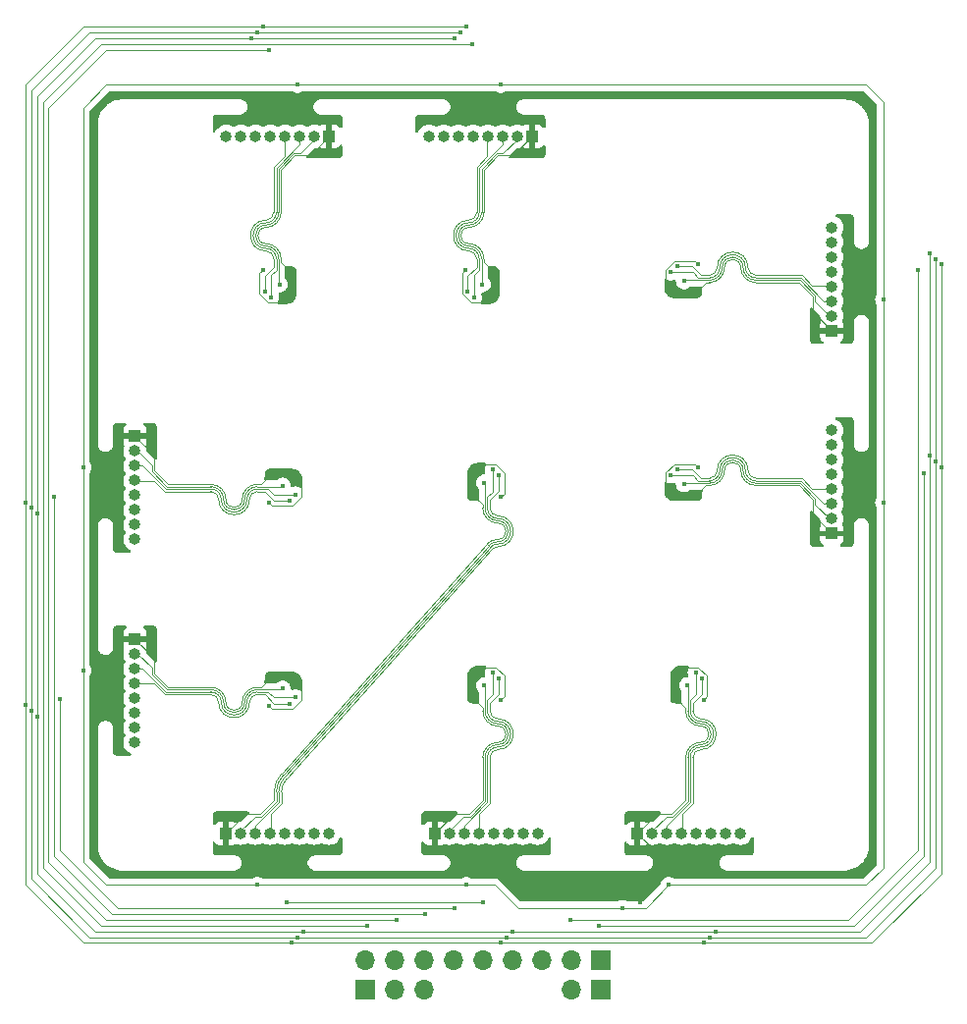
<source format=gbl>
G04 #@! TF.GenerationSoftware,KiCad,Pcbnew,7.0.2-6a45011f42~172~ubuntu22.04.1*
G04 #@! TF.CreationDate,2023-05-18T14:48:33+01:00*
G04 #@! TF.ProjectId,KX134_array,4b583133-345f-4617-9272-61792e6b6963,rev?*
G04 #@! TF.SameCoordinates,Original*
G04 #@! TF.FileFunction,Copper,L2,Bot*
G04 #@! TF.FilePolarity,Positive*
%FSLAX46Y46*%
G04 Gerber Fmt 4.6, Leading zero omitted, Abs format (unit mm)*
G04 Created by KiCad (PCBNEW 7.0.2-6a45011f42~172~ubuntu22.04.1) date 2023-05-18 14:48:33*
%MOMM*%
%LPD*%
G01*
G04 APERTURE LIST*
G04 #@! TA.AperFunction,ComponentPad*
%ADD10R,1.000000X1.000000*%
G04 #@! TD*
G04 #@! TA.AperFunction,ComponentPad*
%ADD11O,1.000000X1.000000*%
G04 #@! TD*
G04 #@! TA.AperFunction,ComponentPad*
%ADD12R,1.700000X1.700000*%
G04 #@! TD*
G04 #@! TA.AperFunction,ComponentPad*
%ADD13O,1.700000X1.700000*%
G04 #@! TD*
G04 #@! TA.AperFunction,ViaPad*
%ADD14C,0.400000*%
G04 #@! TD*
G04 #@! TA.AperFunction,Conductor*
%ADD15C,0.100000*%
G04 #@! TD*
G04 APERTURE END LIST*
D10*
X163300000Y-112550000D03*
D11*
X164570000Y-112550000D03*
X165840000Y-112550000D03*
X167110000Y-112550000D03*
X168380000Y-112550000D03*
X169650000Y-112550000D03*
X170920000Y-112550000D03*
X172190000Y-112550000D03*
D10*
X154200000Y-52450000D03*
D11*
X152930000Y-52450000D03*
X151660000Y-52450000D03*
X150390000Y-52450000D03*
X149120000Y-52450000D03*
X147850000Y-52450000D03*
X146580000Y-52450000D03*
X145310000Y-52450000D03*
D10*
X171700000Y-52450000D03*
D11*
X170430000Y-52450000D03*
X169160000Y-52450000D03*
X167890000Y-52450000D03*
X166620000Y-52450000D03*
X165350000Y-52450000D03*
X164080000Y-52450000D03*
X162810000Y-52450000D03*
D10*
X180800000Y-112550000D03*
D11*
X182070000Y-112550000D03*
X183340000Y-112550000D03*
X184610000Y-112550000D03*
X185880000Y-112550000D03*
X187150000Y-112550000D03*
X188420000Y-112550000D03*
X189690000Y-112550000D03*
D10*
X197550000Y-69199999D03*
D11*
X197550000Y-67929999D03*
X197550000Y-66659999D03*
X197550000Y-65389999D03*
X197550000Y-64119999D03*
X197550000Y-62849999D03*
X197550000Y-61579999D03*
X197550000Y-60309999D03*
D10*
X137450000Y-95800000D03*
D11*
X137450000Y-97070000D03*
X137450000Y-98340000D03*
X137450000Y-99610000D03*
X137450000Y-100880000D03*
X137450000Y-102150000D03*
X137450000Y-103420000D03*
X137450000Y-104690000D03*
D10*
X197550000Y-86699999D03*
D11*
X197550000Y-85429999D03*
X197550000Y-84159999D03*
X197550000Y-82889999D03*
X197550000Y-81619999D03*
X197550000Y-80349999D03*
X197550000Y-79079999D03*
X197550000Y-77809999D03*
D10*
X145300000Y-112550000D03*
D11*
X146570000Y-112550000D03*
X147840000Y-112550000D03*
X149110000Y-112550000D03*
X150380000Y-112550000D03*
X151650000Y-112550000D03*
X152920000Y-112550000D03*
X154190000Y-112550000D03*
D10*
X137450000Y-78300000D03*
D11*
X137450000Y-79570000D03*
X137450000Y-80840000D03*
X137450000Y-82110000D03*
X137450000Y-83380000D03*
X137450000Y-84650000D03*
X137450000Y-85920000D03*
X137450000Y-87190000D03*
D12*
X177660000Y-123500000D03*
D13*
X175120000Y-123500000D03*
X172580000Y-123500000D03*
X170040000Y-123500000D03*
X167500000Y-123500000D03*
X164960000Y-123500000D03*
X162420000Y-123500000D03*
X159880000Y-123500000D03*
X157340000Y-123500000D03*
D12*
X177660000Y-126040000D03*
D13*
X175120000Y-126040000D03*
D12*
X157340000Y-126040000D03*
D13*
X159880000Y-126040000D03*
X162420000Y-126040000D03*
D14*
X150000000Y-81400000D03*
X148475000Y-63975000D03*
X185000000Y-83600000D03*
X169025000Y-83525000D03*
X183900000Y-100000000D03*
X165975000Y-63975000D03*
X169025000Y-101025000D03*
X181000000Y-118500000D03*
X185000000Y-66100000D03*
X150000000Y-98900000D03*
X148975000Y-84025000D03*
X151100000Y-65000000D03*
X168600000Y-65000000D03*
X166400000Y-100000000D03*
X166400000Y-82500000D03*
X148975000Y-101525000D03*
X186025000Y-80975000D03*
X186025000Y-63475000D03*
X186525000Y-101025000D03*
X183675000Y-81675000D03*
X151325000Y-83325000D03*
X168325000Y-98675000D03*
X168325000Y-81175000D03*
X166675000Y-66325000D03*
X149175000Y-66325000D03*
X133000000Y-81000000D03*
X183675000Y-64175000D03*
X202000000Y-66500000D03*
X151325000Y-100825000D03*
X179500000Y-119000000D03*
X183500000Y-117000000D03*
X202000000Y-84000000D03*
X133000000Y-98500000D03*
X185825000Y-98675000D03*
X169000000Y-48000000D03*
X151500000Y-48000000D03*
X166000000Y-117000000D03*
X148000000Y-117000000D03*
X129000000Y-102500000D03*
X206000000Y-62500000D03*
X147500000Y-44000000D03*
X165000000Y-44000000D03*
X170000000Y-121000000D03*
X152000000Y-121000000D03*
X206000000Y-80000000D03*
X187500000Y-121000000D03*
X129000000Y-85000000D03*
X187000000Y-121500000D03*
X169500000Y-121500000D03*
X151500000Y-121500000D03*
X128500000Y-102000000D03*
X128500000Y-84500000D03*
X148000000Y-43500000D03*
X206500000Y-63000000D03*
X206500000Y-80500000D03*
X165500000Y-43500000D03*
X148650000Y-65800000D03*
X149925000Y-65200000D03*
X149000000Y-45000000D03*
X160000000Y-120000000D03*
X128000000Y-101500000D03*
X151000000Y-122000000D03*
X207000000Y-81000000D03*
X186500000Y-122000000D03*
X148500000Y-43000000D03*
X166000000Y-43000000D03*
X169000000Y-122000000D03*
X207000000Y-63500000D03*
X128000000Y-84000000D03*
X166150000Y-65800000D03*
X167425000Y-65200000D03*
X157500000Y-120500000D03*
X166500000Y-44500000D03*
X168849999Y-81700000D03*
X167575000Y-82300000D03*
X167500000Y-118500000D03*
X150500000Y-118500000D03*
X150800000Y-83850000D03*
X150200000Y-82575000D03*
X130500000Y-83500000D03*
X162500000Y-119500000D03*
X184200000Y-81150000D03*
X184800000Y-82425000D03*
X205500000Y-81500000D03*
X177500000Y-120500000D03*
X186350000Y-99200000D03*
X185075000Y-99800000D03*
X150800000Y-101350000D03*
X150200000Y-100075000D03*
X131000000Y-101000000D03*
X165000000Y-119000000D03*
X168850000Y-99200000D03*
X167575000Y-99800000D03*
X205000000Y-64000000D03*
X175000000Y-120000000D03*
X184800000Y-64925000D03*
X184200000Y-63650000D03*
D15*
X168600000Y-65000000D02*
X168600000Y-65900000D01*
X151775000Y-101050000D02*
X151025000Y-101800000D01*
X167450000Y-101700000D02*
X167450000Y-102000000D01*
X185000000Y-66100000D02*
X185650000Y-66100000D01*
X150050000Y-55300000D02*
X151250000Y-54100000D01*
X183900000Y-100650000D02*
X184950000Y-101700000D01*
X166400000Y-83150000D02*
X167450000Y-84200000D01*
X150900000Y-81400000D02*
X151775000Y-82275000D01*
X167550000Y-63300000D02*
X167550000Y-63000000D01*
X140300000Y-99950000D02*
X139100000Y-98750000D01*
X151250000Y-54100000D02*
X152550000Y-54100000D01*
X168550000Y-80725000D02*
X169300000Y-81475000D01*
X168600000Y-65000000D02*
X168600000Y-64350000D01*
X148200000Y-64250000D02*
X148475000Y-63975000D01*
X148300000Y-82450000D02*
X148000000Y-82450000D01*
X151775000Y-83550000D02*
X151025000Y-84300000D01*
X167550000Y-59000000D02*
X167550000Y-55300000D01*
X148300000Y-99950000D02*
X148000000Y-99950000D01*
X168600000Y-64350000D02*
X167550000Y-63300000D01*
X169300000Y-98975000D02*
X169300000Y-100750000D01*
X139100000Y-98750000D02*
X139100000Y-97450000D01*
X151100000Y-64350000D02*
X150050000Y-63300000D01*
X195900000Y-67550000D02*
X197550000Y-69200000D01*
X185750000Y-63200000D02*
X186025000Y-63475000D01*
X166400000Y-99100000D02*
X167275000Y-98225000D01*
X195900000Y-66250000D02*
X195900000Y-67550000D01*
X186700000Y-82550000D02*
X187000000Y-82550000D01*
X167450000Y-84200000D02*
X167450000Y-84500000D01*
X185000000Y-83600000D02*
X185650000Y-83600000D01*
X194700000Y-65050000D02*
X195900000Y-66250000D01*
X168550000Y-98225000D02*
X169300000Y-98975000D01*
X184950000Y-109700000D02*
X183750000Y-110900000D01*
X166400000Y-82500000D02*
X166400000Y-81600000D01*
X184775000Y-98225000D02*
X186050000Y-98225000D01*
X183225000Y-63950000D02*
X183975000Y-63200000D01*
X186800000Y-100750000D02*
X186525000Y-101025000D01*
X140300000Y-82450000D02*
X139100000Y-81250000D01*
X169300000Y-100750000D02*
X169025000Y-101025000D01*
X144000000Y-82450000D02*
X140300000Y-82450000D01*
X148950000Y-66775000D02*
X148200000Y-66025000D01*
X166400000Y-100000000D02*
X166400000Y-100650000D01*
X151100000Y-65900000D02*
X150225000Y-66775000D01*
X167550000Y-55300000D02*
X168750000Y-54100000D01*
X184100000Y-66100000D02*
X183225000Y-65225000D01*
X150000000Y-98900000D02*
X150900000Y-98900000D01*
X150050000Y-59000000D02*
X150050000Y-55300000D01*
X164950000Y-110900000D02*
X163300000Y-112550000D01*
X195900000Y-85050000D02*
X197550000Y-86700000D01*
X184950000Y-106000000D02*
X184950000Y-109700000D01*
X183975000Y-80700000D02*
X185750000Y-80700000D01*
X150000000Y-81400000D02*
X149350000Y-81400000D01*
X149450000Y-109700000D02*
X148250000Y-110900000D01*
X169300000Y-81475000D02*
X169300000Y-83250000D01*
X165700000Y-64250000D02*
X165975000Y-63975000D01*
X182500000Y-116000000D02*
X182500000Y-114250000D01*
X167830761Y-87580761D02*
X150123654Y-107373654D01*
X186800000Y-98975000D02*
X186800000Y-100750000D01*
X195900000Y-83750000D02*
X195900000Y-85050000D01*
X151775000Y-99775000D02*
X151775000Y-101050000D01*
X151100000Y-65000000D02*
X151100000Y-64350000D01*
X183225000Y-65225000D02*
X183225000Y-63950000D01*
X183975000Y-63200000D02*
X185750000Y-63200000D01*
X185650000Y-83600000D02*
X186700000Y-82550000D01*
X166400000Y-82500000D02*
X166400000Y-83150000D01*
X166400000Y-100650000D02*
X167450000Y-101700000D01*
X148200000Y-66025000D02*
X148200000Y-64250000D01*
X150000000Y-98900000D02*
X149350000Y-98900000D01*
X183900000Y-100000000D02*
X183900000Y-99100000D01*
X183225000Y-81450000D02*
X183975000Y-80700000D01*
X168750000Y-54100000D02*
X170050000Y-54100000D01*
X186700000Y-65050000D02*
X187000000Y-65050000D01*
X149350000Y-98900000D02*
X148300000Y-99950000D01*
X151025000Y-101800000D02*
X149250000Y-101800000D01*
X166250000Y-110900000D02*
X164950000Y-110900000D01*
X167275000Y-80725000D02*
X168550000Y-80725000D01*
X194700000Y-82550000D02*
X195900000Y-83750000D01*
X183225000Y-82725000D02*
X183225000Y-81450000D01*
X167450000Y-109700000D02*
X166250000Y-110900000D01*
X149250000Y-101800000D02*
X148975000Y-101525000D01*
X167725000Y-66775000D02*
X166450000Y-66775000D01*
X183900000Y-99100000D02*
X184775000Y-98225000D01*
X149250000Y-84300000D02*
X148975000Y-84025000D01*
X166400000Y-100000000D02*
X166400000Y-99100000D01*
X183750000Y-110900000D02*
X182450000Y-110900000D01*
X184950000Y-101700000D02*
X184950000Y-102000000D01*
X149450000Y-109000000D02*
X149450000Y-109700000D01*
X185750000Y-80700000D02*
X186025000Y-80975000D01*
X181000000Y-117500000D02*
X182500000Y-116000000D01*
X151775000Y-82275000D02*
X151775000Y-83550000D01*
X166400000Y-81600000D02*
X167275000Y-80725000D01*
X167275000Y-98225000D02*
X168550000Y-98225000D01*
X167450000Y-106000000D02*
X167450000Y-109700000D01*
X191000000Y-82550000D02*
X194700000Y-82550000D01*
X166450000Y-66775000D02*
X165700000Y-66025000D01*
X191000000Y-65050000D02*
X194700000Y-65050000D01*
X150900000Y-98900000D02*
X151775000Y-99775000D01*
X169300000Y-83250000D02*
X169025000Y-83525000D01*
X151025000Y-84300000D02*
X149250000Y-84300000D01*
X185000000Y-83600000D02*
X184100000Y-83600000D01*
X168600000Y-65900000D02*
X167725000Y-66775000D01*
X150050000Y-63300000D02*
X150050000Y-63000000D01*
X146950000Y-110900000D02*
X145300000Y-112550000D01*
X139100000Y-79950000D02*
X137450000Y-78300000D01*
X185650000Y-66100000D02*
X186700000Y-65050000D01*
X184100000Y-83600000D02*
X183225000Y-82725000D01*
X152550000Y-54100000D02*
X154200000Y-52450000D01*
X151100000Y-65000000D02*
X151100000Y-65900000D01*
X186050000Y-98225000D02*
X186800000Y-98975000D01*
X149350000Y-81400000D02*
X148300000Y-82450000D01*
X139100000Y-97450000D02*
X137450000Y-95800000D01*
X185000000Y-66100000D02*
X184100000Y-66100000D01*
X165700000Y-66025000D02*
X165700000Y-64250000D01*
X148250000Y-110900000D02*
X146950000Y-110900000D01*
X183900000Y-100000000D02*
X183900000Y-100650000D01*
X150225000Y-66775000D02*
X148950000Y-66775000D01*
X170050000Y-54100000D02*
X171700000Y-52450000D01*
X181000000Y-118500000D02*
X181000000Y-117500000D01*
X144000000Y-99950000D02*
X140300000Y-99950000D01*
X150000000Y-81400000D02*
X150900000Y-81400000D01*
X182450000Y-110900000D02*
X180800000Y-112550000D01*
X139100000Y-81250000D02*
X139100000Y-79950000D01*
X182500000Y-114250000D02*
X180800000Y-112550000D01*
X168750000Y-104700000D02*
G75*
G03*
X167450000Y-106000000I0J-1300000D01*
G01*
X187000000Y-65050000D02*
G75*
G03*
X188300000Y-63750000I0J1300000D01*
G01*
X145300000Y-101250000D02*
G75*
G03*
X144000000Y-99950000I-1300000J0D01*
G01*
X189700000Y-81250000D02*
G75*
G03*
X191000000Y-82550000I1300000J0D01*
G01*
X167450000Y-102000000D02*
G75*
G03*
X168750000Y-103300000I1300000J0D01*
G01*
X189700000Y-81250000D02*
G75*
G03*
X188300000Y-81250000I-700000J0D01*
G01*
X189700000Y-63750000D02*
G75*
G03*
X191000000Y-65050000I1300000J0D01*
G01*
X168750000Y-87200000D02*
G75*
G03*
X168750000Y-85800000I0J700000D01*
G01*
X167550000Y-63000000D02*
G75*
G03*
X166250000Y-61700000I-1300000J0D01*
G01*
X168750000Y-104700000D02*
G75*
G03*
X168750000Y-103300000I0J700000D01*
G01*
X150123654Y-107373654D02*
G75*
G03*
X149450000Y-109000000I1626346J-1626346D01*
G01*
X166250000Y-60300000D02*
G75*
G03*
X167550000Y-59000000I0J1300000D01*
G01*
X148750000Y-60300000D02*
G75*
G03*
X148750000Y-61700000I0J-700000D01*
G01*
X148000000Y-82450000D02*
G75*
G03*
X146700000Y-83750000I0J-1300000D01*
G01*
X184950000Y-102000000D02*
G75*
G03*
X186250000Y-103300000I1300000J0D01*
G01*
X168750000Y-87200000D02*
G75*
G03*
X167830761Y-87580761I0J-1300000D01*
G01*
X148750000Y-60300000D02*
G75*
G03*
X150050000Y-59000000I0J1300000D01*
G01*
X148000000Y-99950000D02*
G75*
G03*
X146700000Y-101250000I0J-1300000D01*
G01*
X186250000Y-104700000D02*
G75*
G03*
X184950000Y-106000000I0J-1300000D01*
G01*
X145300000Y-101250000D02*
G75*
G03*
X146700000Y-101250000I700000J0D01*
G01*
X187000000Y-82550000D02*
G75*
G03*
X188300000Y-81250000I0J1300000D01*
G01*
X189700000Y-63750000D02*
G75*
G03*
X188300000Y-63750000I-700000J0D01*
G01*
X145300000Y-83750000D02*
G75*
G03*
X146700000Y-83750000I700000J0D01*
G01*
X167450000Y-84500000D02*
G75*
G03*
X168750000Y-85800000I1300000J0D01*
G01*
X166250000Y-60300000D02*
G75*
G03*
X166250000Y-61700000I0J-700000D01*
G01*
X186250000Y-104700000D02*
G75*
G03*
X186250000Y-103300000I0J700000D01*
G01*
X145300000Y-83750000D02*
G75*
G03*
X144000000Y-82450000I-1300000J0D01*
G01*
X150050000Y-63000000D02*
G75*
G03*
X148750000Y-61700000I-1300000J0D01*
G01*
X140134316Y-82850000D02*
X138124316Y-80840000D01*
X167150000Y-55134316D02*
X169160000Y-53124316D01*
X166000000Y-117000000D02*
X168500000Y-117000000D01*
X147840000Y-111875684D02*
X147840000Y-112550000D01*
X168325000Y-81175000D02*
X168325000Y-83075000D01*
X151660000Y-53124316D02*
X151660000Y-52450000D01*
X194865684Y-64650000D02*
X196875684Y-66660000D01*
X196875684Y-84160000D02*
X197550000Y-84160000D01*
X167150000Y-59000000D02*
X167150000Y-55134316D01*
X167850000Y-83550000D02*
X167850000Y-84500000D01*
X151500000Y-48000000D02*
X135000000Y-48000000D01*
X151325000Y-100825000D02*
X149425000Y-100825000D01*
X202000000Y-84000000D02*
X202000000Y-66500000D01*
X149175000Y-66325000D02*
X149175000Y-64425000D01*
X135000000Y-117000000D02*
X148000000Y-117000000D01*
X194865684Y-82150000D02*
X196875684Y-84160000D01*
X133000000Y-50000000D02*
X133000000Y-81000000D01*
X151325000Y-83325000D02*
X149425000Y-83325000D01*
X148950000Y-100350000D02*
X148000000Y-100350000D01*
X183500000Y-117000000D02*
X200500000Y-117000000D01*
X149175000Y-64425000D02*
X149650000Y-63950000D01*
X165840000Y-111875684D02*
X165840000Y-112550000D01*
X186050000Y-82150000D02*
X187000000Y-82150000D01*
X169000000Y-48000000D02*
X151500000Y-48000000D01*
X191000000Y-82150000D02*
X194865684Y-82150000D01*
X135000000Y-48000000D02*
X133000000Y-50000000D01*
X183675000Y-81675000D02*
X185575000Y-81675000D01*
X185825000Y-98675000D02*
X185825000Y-100575000D01*
X202000000Y-66500000D02*
X202000000Y-49500000D01*
X181500000Y-119000000D02*
X183500000Y-117000000D01*
X202000000Y-115500000D02*
X202000000Y-84000000D01*
X183340000Y-111875684D02*
X183340000Y-112550000D01*
X170500000Y-119000000D02*
X179500000Y-119000000D01*
X144000000Y-82850000D02*
X140134316Y-82850000D01*
X167850000Y-106000000D02*
X167850000Y-109865684D01*
X166675000Y-66325000D02*
X166675000Y-64425000D01*
X149650000Y-55134316D02*
X151660000Y-53124316D01*
X168325000Y-100575000D02*
X167850000Y-101050000D01*
X149650000Y-63950000D02*
X149650000Y-63000000D01*
X167850000Y-101050000D02*
X167850000Y-102000000D01*
X150406497Y-107656497D02*
X168113604Y-87863604D01*
X168500000Y-117000000D02*
X170500000Y-119000000D01*
X148000000Y-117000000D02*
X166000000Y-117000000D01*
X149650000Y-59000000D02*
X149650000Y-55134316D01*
X133000000Y-81000000D02*
X133000000Y-98500000D01*
X185350000Y-106000000D02*
X185350000Y-109865684D01*
X191000000Y-64650000D02*
X194865684Y-64650000D01*
X185350000Y-101050000D02*
X185350000Y-102000000D01*
X186050000Y-64650000D02*
X187000000Y-64650000D01*
X185825000Y-100575000D02*
X185350000Y-101050000D01*
X168325000Y-83075000D02*
X167850000Y-83550000D01*
X169160000Y-53124316D02*
X169160000Y-52450000D01*
X185575000Y-64175000D02*
X186050000Y-64650000D01*
X149425000Y-100825000D02*
X148950000Y-100350000D01*
X138124316Y-98340000D02*
X137450000Y-98340000D01*
X167850000Y-109865684D02*
X165840000Y-111875684D01*
X166675000Y-64425000D02*
X167150000Y-63950000D01*
X202000000Y-49500000D02*
X200500000Y-48000000D01*
X140134316Y-100350000D02*
X138124316Y-98340000D01*
X200500000Y-48000000D02*
X169000000Y-48000000D01*
X149425000Y-83325000D02*
X148950000Y-82850000D01*
X196875684Y-66660000D02*
X197550000Y-66660000D01*
X149850000Y-109000000D02*
X149850000Y-109865684D01*
X168325000Y-98675000D02*
X168325000Y-100575000D01*
X200500000Y-117000000D02*
X202000000Y-115500000D01*
X148950000Y-82850000D02*
X148000000Y-82850000D01*
X167150000Y-63950000D02*
X167150000Y-63000000D01*
X185350000Y-109865684D02*
X183340000Y-111875684D01*
X133000000Y-98500000D02*
X133000000Y-115000000D01*
X144000000Y-100350000D02*
X140134316Y-100350000D01*
X185575000Y-81675000D02*
X186050000Y-82150000D01*
X183675000Y-64175000D02*
X185575000Y-64175000D01*
X138124316Y-80840000D02*
X137450000Y-80840000D01*
X149850000Y-109865684D02*
X147840000Y-111875684D01*
X133000000Y-115000000D02*
X135000000Y-117000000D01*
X179500000Y-119000000D02*
X181500000Y-119000000D01*
X190100000Y-81250000D02*
G75*
G03*
X187900000Y-81250000I-1100000J0D01*
G01*
X185350000Y-102000000D02*
G75*
G03*
X186250000Y-102900000I900000J0D01*
G01*
X190100000Y-63750000D02*
G75*
G03*
X187900000Y-63750000I-1100000J0D01*
G01*
X168750000Y-87600001D02*
G75*
G03*
X168113605Y-87863605I0J-899999D01*
G01*
X187000000Y-64650000D02*
G75*
G03*
X187900000Y-63750000I0J900000D01*
G01*
X187000000Y-82150000D02*
G75*
G03*
X187900000Y-81250000I0J900000D01*
G01*
X148000000Y-82850000D02*
G75*
G03*
X147100000Y-83750000I0J-900000D01*
G01*
X168750000Y-105100000D02*
G75*
G03*
X167850000Y-106000000I0J-900000D01*
G01*
X167850000Y-84500000D02*
G75*
G03*
X168750000Y-85400000I900000J0D01*
G01*
X190100000Y-63750000D02*
G75*
G03*
X191000000Y-64650000I900000J0D01*
G01*
X149650000Y-63000000D02*
G75*
G03*
X148750000Y-62100000I-900000J0D01*
G01*
X150406497Y-107656497D02*
G75*
G03*
X149850000Y-109000000I1343503J-1343503D01*
G01*
X168750000Y-105100000D02*
G75*
G03*
X168750000Y-102900000I0J1100000D01*
G01*
X144900000Y-101250000D02*
G75*
G03*
X144000000Y-100350000I-900000J0D01*
G01*
X167150000Y-63000000D02*
G75*
G03*
X166250000Y-62100000I-900000J0D01*
G01*
X148000000Y-100350000D02*
G75*
G03*
X147100000Y-101250000I0J-900000D01*
G01*
X166250000Y-59900000D02*
G75*
G03*
X167150000Y-59000000I0J900000D01*
G01*
X144900000Y-83750000D02*
G75*
G03*
X144000000Y-82850000I-900000J0D01*
G01*
X190100000Y-81250000D02*
G75*
G03*
X191000000Y-82150000I900000J0D01*
G01*
X186250000Y-105100000D02*
G75*
G03*
X185350000Y-106000000I0J-900000D01*
G01*
X168750000Y-87600000D02*
G75*
G03*
X168750000Y-85400000I0J1100000D01*
G01*
X186250000Y-105100000D02*
G75*
G03*
X186250000Y-102900000I0J1100000D01*
G01*
X166250000Y-59900000D02*
G75*
G03*
X166250000Y-62100000I0J-1100000D01*
G01*
X144900000Y-101250000D02*
G75*
G03*
X147100000Y-101250000I1100000J0D01*
G01*
X144900000Y-83750000D02*
G75*
G03*
X147100000Y-83750000I1100000J0D01*
G01*
X148750000Y-59900000D02*
G75*
G03*
X148750000Y-62100000I0J-1100000D01*
G01*
X167850000Y-102000000D02*
G75*
G03*
X168750000Y-102900000I900000J0D01*
G01*
X148750000Y-59900000D02*
G75*
G03*
X149650000Y-59000000I0J900000D01*
G01*
X134000000Y-44000000D02*
X129000000Y-49000000D01*
X170000000Y-121000000D02*
X187500000Y-121000000D01*
X206000000Y-80000000D02*
X206000000Y-62500000D01*
X134000000Y-121000000D02*
X152000000Y-121000000D01*
X147500000Y-44000000D02*
X134000000Y-44000000D01*
X206000000Y-115000000D02*
X206000000Y-80000000D01*
X129000000Y-116000000D02*
X134000000Y-121000000D01*
X129000000Y-85000000D02*
X129000000Y-102500000D01*
X200000000Y-121000000D02*
X206000000Y-115000000D01*
X129000000Y-102500000D02*
X129000000Y-116000000D01*
X129000000Y-49000000D02*
X129000000Y-85000000D01*
X187500000Y-121000000D02*
X200000000Y-121000000D01*
X152000000Y-121000000D02*
X170000000Y-121000000D01*
X165000000Y-44000000D02*
X147500000Y-44000000D01*
X206500000Y-80500000D02*
X206500000Y-63000000D01*
X128500000Y-84500000D02*
X128500000Y-102000000D01*
X128500000Y-102000000D02*
X128500000Y-116500000D01*
X151500000Y-121500000D02*
X169500000Y-121500000D01*
X128500000Y-48500000D02*
X128500000Y-84500000D01*
X148000000Y-43500000D02*
X133500000Y-43500000D01*
X133500000Y-43500000D02*
X128500000Y-48500000D01*
X206500000Y-115500000D02*
X206500000Y-80500000D01*
X133500000Y-121500000D02*
X151500000Y-121500000D01*
X169500000Y-121500000D02*
X187000000Y-121500000D01*
X148000000Y-43500000D02*
X165500000Y-43500000D01*
X128500000Y-116500000D02*
X133500000Y-121500000D01*
X187000000Y-121500000D02*
X200500000Y-121500000D01*
X200500000Y-121500000D02*
X206500000Y-115500000D01*
X149425000Y-59000000D02*
X149425000Y-55050000D01*
X150350000Y-52490000D02*
X150390000Y-52450000D01*
X149425000Y-55050000D02*
X150350000Y-54125000D01*
X149425000Y-63700000D02*
X149425000Y-63000000D01*
X148650000Y-65800000D02*
X148650000Y-64475000D01*
X150350000Y-54125000D02*
X150350000Y-52490000D01*
X148650000Y-64475000D02*
X149425000Y-63700000D01*
X148750000Y-59675000D02*
G75*
G03*
X148750000Y-62325000I0J-1325000D01*
G01*
X148750000Y-59675000D02*
G75*
G03*
X149425000Y-59000000I0J675000D01*
G01*
X149425000Y-63000000D02*
G75*
G03*
X148750000Y-62325000I-675000J0D01*
G01*
X151167158Y-53900000D02*
X151700000Y-53900000D01*
X149850000Y-65125000D02*
X149850000Y-63000000D01*
X151700000Y-53900000D02*
X152930000Y-52670000D01*
X149850000Y-55217158D02*
X151167158Y-53900000D01*
X149925000Y-65200000D02*
X149850000Y-65125000D01*
X149850000Y-59000000D02*
X149850000Y-55217158D01*
X152930000Y-52670000D02*
X152930000Y-52450000D01*
X149850000Y-63000000D02*
G75*
G03*
X148750000Y-61900000I-1100000J0D01*
G01*
X148750000Y-60100000D02*
G75*
G03*
X148750000Y-61900000I0J-900000D01*
G01*
X148750000Y-60100000D02*
G75*
G03*
X149850000Y-59000000I0J1100000D01*
G01*
X160000000Y-120000000D02*
X135000000Y-120000000D01*
X135000000Y-45000000D02*
X149000000Y-45000000D01*
X135000000Y-120000000D02*
X130000000Y-115000000D01*
X130000000Y-50000000D02*
X135000000Y-45000000D01*
X130000000Y-115000000D02*
X130000000Y-50000000D01*
X169000000Y-122000000D02*
X182500000Y-122000000D01*
X166000000Y-43000000D02*
X148500000Y-43000000D01*
X133000000Y-122000000D02*
X151000000Y-122000000D01*
X133000000Y-43000000D02*
X128000000Y-48000000D01*
X192500000Y-122000000D02*
X201000000Y-122000000D01*
X207000000Y-116000000D02*
X207000000Y-81000000D01*
X207000000Y-81000000D02*
X207000000Y-63500000D01*
X128000000Y-48000000D02*
X128000000Y-84000000D01*
X128000000Y-117000000D02*
X133000000Y-122000000D01*
X151000000Y-122000000D02*
X169000000Y-122000000D01*
X128000000Y-84000000D02*
X128000000Y-101500000D01*
X201000000Y-122000000D02*
X207000000Y-116000000D01*
X128000000Y-101500000D02*
X128000000Y-117000000D01*
X182500000Y-122000000D02*
X186500000Y-122000000D01*
X148500000Y-43000000D02*
X133000000Y-43000000D01*
X186500000Y-122000000D02*
X192500000Y-122000000D01*
X167850000Y-54125000D02*
X167850000Y-52490000D01*
X166925000Y-55050000D02*
X167850000Y-54125000D01*
X166150000Y-65800000D02*
X166150000Y-64475000D01*
X167850000Y-52490000D02*
X167890000Y-52450000D01*
X166925000Y-63700000D02*
X166925000Y-63000000D01*
X166150000Y-64475000D02*
X166925000Y-63700000D01*
X166925000Y-59000000D02*
X166925000Y-55050000D01*
X166250000Y-59675000D02*
G75*
G03*
X166925000Y-59000000I0J675000D01*
G01*
X166925000Y-63000000D02*
G75*
G03*
X166250000Y-62325000I-675000J0D01*
G01*
X166250000Y-59675000D02*
G75*
G03*
X166250000Y-62325000I0J-1325000D01*
G01*
X167350000Y-59000000D02*
X167350000Y-55217158D01*
X169200000Y-53900000D02*
X170430000Y-52670000D01*
X167425000Y-65200000D02*
X167350000Y-65125000D01*
X167350000Y-55217158D02*
X168667158Y-53900000D01*
X167350000Y-65125000D02*
X167350000Y-63000000D01*
X170430000Y-52670000D02*
X170430000Y-52450000D01*
X168667158Y-53900000D02*
X169200000Y-53900000D01*
X166250000Y-60100000D02*
G75*
G03*
X167350000Y-59000000I0J1100000D01*
G01*
X166250000Y-60100000D02*
G75*
G03*
X166250000Y-61900000I0J-900000D01*
G01*
X167350000Y-63000000D02*
G75*
G03*
X166250000Y-61900000I-1100000J0D01*
G01*
X129500000Y-115500000D02*
X129500000Y-49500000D01*
X134500000Y-120500000D02*
X129500000Y-115500000D01*
X134500000Y-44500000D02*
X166500000Y-44500000D01*
X129500000Y-49500000D02*
X134500000Y-44500000D01*
X157500000Y-120500000D02*
X134500000Y-120500000D01*
X150075000Y-109000001D02*
X150075000Y-109950000D01*
X168850000Y-83025000D02*
X168075000Y-83800000D01*
X149150000Y-112510000D02*
X149110000Y-112550000D01*
X150075000Y-109950000D02*
X149150000Y-110875000D01*
X168272703Y-88022703D02*
X150565596Y-107815596D01*
X149150000Y-110875000D02*
X149150000Y-112510000D01*
X168850000Y-81700000D02*
X168850000Y-83025000D01*
X168075000Y-83800000D02*
X168075000Y-84500000D01*
X168750000Y-87825000D02*
G75*
G03*
X168750000Y-85175000I0J1325000D01*
G01*
X150565596Y-107815596D02*
G75*
G03*
X150075000Y-109000001I1184404J-1184404D01*
G01*
X168075000Y-84500000D02*
G75*
G03*
X168750000Y-85175000I675000J0D01*
G01*
X168750000Y-87825001D02*
G75*
G03*
X168272704Y-88022704I0J-674999D01*
G01*
X148332842Y-111100000D02*
X147800000Y-111100000D01*
X149650000Y-109000000D02*
X149650000Y-109782842D01*
X167650000Y-82375000D02*
X167650000Y-84500000D01*
X149650000Y-109782842D02*
X148332842Y-111100000D01*
X150265076Y-107515076D02*
X167972183Y-87722183D01*
X146570000Y-112330000D02*
X146570000Y-112550000D01*
X167575000Y-82300000D02*
X167650000Y-82375000D01*
X147800000Y-111100000D02*
X146570000Y-112330000D01*
X167650000Y-84500000D02*
G75*
G03*
X168750000Y-85600000I1100000J0D01*
G01*
X168750000Y-87400001D02*
G75*
G03*
X167972183Y-87722183I0J-1099999D01*
G01*
X168750000Y-87400000D02*
G75*
G03*
X168750000Y-85600000I0J900000D01*
G01*
X150265076Y-107515076D02*
G75*
G03*
X149650000Y-109000000I1484924J-1484924D01*
G01*
X167500000Y-118500000D02*
X150500000Y-118500000D01*
X140050000Y-83075000D02*
X139125000Y-82150000D01*
X150800000Y-83850000D02*
X149475000Y-83850000D01*
X148700000Y-83075000D02*
X148000000Y-83075000D01*
X144000000Y-83075000D02*
X140050000Y-83075000D01*
X149475000Y-83850000D02*
X148700000Y-83075000D01*
X139125000Y-82150000D02*
X137490000Y-82150000D01*
X137490000Y-82150000D02*
X137450000Y-82110000D01*
X148000000Y-83075000D02*
G75*
G03*
X147325000Y-83750000I0J-675000D01*
G01*
X144675000Y-83750000D02*
G75*
G03*
X147325000Y-83750000I1325000J0D01*
G01*
X144675000Y-83750000D02*
G75*
G03*
X144000000Y-83075000I-675000J0D01*
G01*
X137670000Y-79570000D02*
X137450000Y-79570000D01*
X140217158Y-82650000D02*
X138900000Y-81332842D01*
X150125000Y-82650000D02*
X148000000Y-82650000D01*
X144000000Y-82650000D02*
X140217158Y-82650000D01*
X138900000Y-80800000D02*
X137670000Y-79570000D01*
X138900000Y-81332842D02*
X138900000Y-80800000D01*
X150200000Y-82575000D02*
X150125000Y-82650000D01*
X145100000Y-83750000D02*
G75*
G03*
X146900000Y-83750000I900000J0D01*
G01*
X148000000Y-82650000D02*
G75*
G03*
X146900000Y-83750000I0J-1100000D01*
G01*
X145100000Y-83750000D02*
G75*
G03*
X144000000Y-82650000I-1100000J0D01*
G01*
X162500000Y-119500000D02*
X135500000Y-119500000D01*
X130500000Y-114500000D02*
X130500000Y-83500000D01*
X135500000Y-119500000D02*
X130500000Y-114500000D01*
X191000000Y-81925000D02*
X194950000Y-81925000D01*
X195875000Y-82850000D02*
X197510000Y-82850000D01*
X194950000Y-81925000D02*
X195875000Y-82850000D01*
X197510000Y-82850000D02*
X197550000Y-82890000D01*
X184200000Y-81150000D02*
X185525000Y-81150000D01*
X186300000Y-81925000D02*
X187000000Y-81925000D01*
X185525000Y-81150000D02*
X186300000Y-81925000D01*
X187000000Y-81925000D02*
G75*
G03*
X187675000Y-81250000I0J675000D01*
G01*
X190325000Y-81250000D02*
G75*
G03*
X187675000Y-81250000I-1325000J0D01*
G01*
X190325000Y-81250000D02*
G75*
G03*
X191000000Y-81925000I675000J0D01*
G01*
X197330000Y-85430000D02*
X197550000Y-85430000D01*
X184875000Y-82350000D02*
X187000000Y-82350000D01*
X194782842Y-82350000D02*
X196100000Y-83667158D01*
X191000000Y-82350000D02*
X194782842Y-82350000D01*
X184800000Y-82425000D02*
X184875000Y-82350000D01*
X196100000Y-83667158D02*
X196100000Y-84200000D01*
X196100000Y-84200000D02*
X197330000Y-85430000D01*
X189900000Y-81250000D02*
G75*
G03*
X188100000Y-81250000I-900000J0D01*
G01*
X187000000Y-82350000D02*
G75*
G03*
X188100000Y-81250000I0J1100000D01*
G01*
X189900000Y-81250000D02*
G75*
G03*
X191000000Y-82350000I1100000J0D01*
G01*
X177500000Y-120500000D02*
X199500000Y-120500000D01*
X199500000Y-120500000D02*
X205500000Y-114500000D01*
X205500000Y-114500000D02*
X205500000Y-81500000D01*
X185575000Y-109950000D02*
X184650000Y-110875000D01*
X186350000Y-100525000D02*
X185575000Y-101300000D01*
X184650000Y-110875000D02*
X184650000Y-112510000D01*
X185575000Y-101300000D02*
X185575000Y-102000000D01*
X185575000Y-106000000D02*
X185575000Y-109950000D01*
X184650000Y-112510000D02*
X184610000Y-112550000D01*
X186350000Y-99200000D02*
X186350000Y-100525000D01*
X186250000Y-105325000D02*
G75*
G03*
X186250000Y-102675000I0J1325000D01*
G01*
X185575000Y-102000000D02*
G75*
G03*
X186250000Y-102675000I675000J0D01*
G01*
X186250000Y-105325000D02*
G75*
G03*
X185575000Y-106000000I0J-675000D01*
G01*
X183832842Y-111100000D02*
X183300000Y-111100000D01*
X182070000Y-112330000D02*
X182070000Y-112550000D01*
X183300000Y-111100000D02*
X182070000Y-112330000D01*
X185075000Y-99800000D02*
X185150000Y-99875000D01*
X185150000Y-99875000D02*
X185150000Y-102000000D01*
X185150000Y-106000000D02*
X185150000Y-109782842D01*
X185150000Y-109782842D02*
X183832842Y-111100000D01*
X185150000Y-102000000D02*
G75*
G03*
X186250000Y-103100000I1100000J0D01*
G01*
X186250000Y-104900000D02*
G75*
G03*
X185150000Y-106000000I0J-1100000D01*
G01*
X186250000Y-104900000D02*
G75*
G03*
X186250000Y-103100000I0J900000D01*
G01*
X144000000Y-100575000D02*
X140050000Y-100575000D01*
X137490000Y-99650000D02*
X137450000Y-99610000D01*
X139125000Y-99650000D02*
X137490000Y-99650000D01*
X150800000Y-101350000D02*
X149475000Y-101350000D01*
X149475000Y-101350000D02*
X148700000Y-100575000D01*
X140050000Y-100575000D02*
X139125000Y-99650000D01*
X148700000Y-100575000D02*
X148000000Y-100575000D01*
X148000000Y-100575000D02*
G75*
G03*
X147325000Y-101250000I0J-675000D01*
G01*
X144675000Y-101250000D02*
G75*
G03*
X147325000Y-101250000I1325000J0D01*
G01*
X144675000Y-101250000D02*
G75*
G03*
X144000000Y-100575000I-675000J0D01*
G01*
X150125000Y-100150000D02*
X148000000Y-100150000D01*
X138900000Y-98832842D02*
X138900000Y-98300000D01*
X150200000Y-100075000D02*
X150125000Y-100150000D01*
X144000000Y-100150000D02*
X140217158Y-100150000D01*
X138900000Y-98300000D02*
X137670000Y-97070000D01*
X137670000Y-97070000D02*
X137450000Y-97070000D01*
X140217158Y-100150000D02*
X138900000Y-98832842D01*
X145100000Y-101250000D02*
G75*
G03*
X146900000Y-101250000I900000J0D01*
G01*
X145100000Y-101250000D02*
G75*
G03*
X144000000Y-100150000I-1100000J0D01*
G01*
X148000000Y-100150000D02*
G75*
G03*
X146900000Y-101250000I0J-1100000D01*
G01*
X131000000Y-114000000D02*
X131000000Y-101000000D01*
X165000000Y-119000000D02*
X136000000Y-119000000D01*
X136000000Y-119000000D02*
X131000000Y-114000000D01*
X168850000Y-100525000D02*
X168075000Y-101300000D01*
X167150000Y-112510000D02*
X167110000Y-112550000D01*
X168075000Y-109950000D02*
X167150000Y-110875000D01*
X167150000Y-110875000D02*
X167150000Y-112510000D01*
X168850000Y-99200000D02*
X168850000Y-100525000D01*
X168075000Y-106000000D02*
X168075000Y-109950000D01*
X168075000Y-101300000D02*
X168075000Y-102000000D01*
X168075000Y-102000000D02*
G75*
G03*
X168750000Y-102675000I675000J0D01*
G01*
X168750000Y-105325000D02*
G75*
G03*
X168075000Y-106000000I0J-675000D01*
G01*
X168750000Y-105325000D02*
G75*
G03*
X168750000Y-102675000I0J1325000D01*
G01*
X167650000Y-99875000D02*
X167650000Y-102000000D01*
X166332842Y-111100000D02*
X165800000Y-111100000D01*
X167650000Y-106000000D02*
X167650000Y-109782842D01*
X164570000Y-112330000D02*
X164570000Y-112550000D01*
X165800000Y-111100000D02*
X164570000Y-112330000D01*
X167575000Y-99800000D02*
X167650000Y-99875000D01*
X167650000Y-109782842D02*
X166332842Y-111100000D01*
X168750000Y-104900000D02*
G75*
G03*
X167650000Y-106000000I0J-1100000D01*
G01*
X167650000Y-102000000D02*
G75*
G03*
X168750000Y-103100000I1100000J0D01*
G01*
X168750000Y-104900000D02*
G75*
G03*
X168750000Y-103100000I0J900000D01*
G01*
X175000000Y-120000000D02*
X199000000Y-120000000D01*
X199000000Y-120000000D02*
X205000000Y-114000000D01*
X205000000Y-114000000D02*
X205000000Y-64000000D01*
X184875000Y-64850000D02*
X187000000Y-64850000D01*
X197330000Y-67930000D02*
X197550000Y-67930000D01*
X196100000Y-66167158D02*
X196100000Y-66700000D01*
X194782842Y-64850000D02*
X196100000Y-66167158D01*
X196100000Y-66700000D02*
X197330000Y-67930000D01*
X191000000Y-64850000D02*
X194782842Y-64850000D01*
X184800000Y-64925000D02*
X184875000Y-64850000D01*
X189900000Y-63750000D02*
G75*
G03*
X191000000Y-64850000I1100000J0D01*
G01*
X187000000Y-64850000D02*
G75*
G03*
X188100000Y-63750000I0J1100000D01*
G01*
X189900000Y-63750000D02*
G75*
G03*
X188100000Y-63750000I-900000J0D01*
G01*
X194950000Y-64425000D02*
X195875000Y-65350000D01*
X191000000Y-64425000D02*
X194950000Y-64425000D01*
X197510000Y-65350000D02*
X197550000Y-65390000D01*
X185525000Y-63650000D02*
X186300000Y-64425000D01*
X184200000Y-63650000D02*
X185525000Y-63650000D01*
X186300000Y-64425000D02*
X187000000Y-64425000D01*
X195875000Y-65350000D02*
X197510000Y-65350000D01*
X187000000Y-64425000D02*
G75*
G03*
X187675000Y-63750000I0J675000D01*
G01*
X190325000Y-63750000D02*
G75*
G03*
X191000000Y-64425000I675000J0D01*
G01*
X190325000Y-63750000D02*
G75*
G03*
X187675000Y-63750000I-1325000J0D01*
G01*
G04 #@! TA.AperFunction,Conductor*
G36*
X147238651Y-110670184D02*
G01*
X147284406Y-110722988D01*
X147294350Y-110792146D01*
X147265325Y-110855702D01*
X147259293Y-110862180D01*
X146608932Y-111512541D01*
X146547609Y-111546026D01*
X146533405Y-111548263D01*
X146373866Y-111563976D01*
X146185269Y-111621187D01*
X146182654Y-111622585D01*
X146176303Y-111623906D01*
X146173587Y-111624731D01*
X146173513Y-111624487D01*
X146114251Y-111636824D01*
X146049897Y-111612491D01*
X146042091Y-111606647D01*
X145907373Y-111556400D01*
X145851132Y-111550354D01*
X145844518Y-111550000D01*
X145550000Y-111550000D01*
X145550000Y-112301061D01*
X145468885Y-112237928D01*
X145358405Y-112200000D01*
X145270995Y-112200000D01*
X145184784Y-112214386D01*
X145082053Y-112269981D01*
X145050000Y-112304799D01*
X145050000Y-111550000D01*
X144755482Y-111550000D01*
X144748867Y-111550354D01*
X144692628Y-111556400D01*
X144557910Y-111606647D01*
X144442810Y-111692811D01*
X144373767Y-111785042D01*
X144317833Y-111826913D01*
X144248141Y-111831897D01*
X144186818Y-111798412D01*
X144153334Y-111737088D01*
X144150500Y-111710731D01*
X144150500Y-111008127D01*
X144151561Y-110991940D01*
X144160279Y-110925726D01*
X144168657Y-110894460D01*
X144191078Y-110840331D01*
X144207263Y-110812298D01*
X144242930Y-110765815D01*
X144265815Y-110742930D01*
X144312304Y-110707258D01*
X144340331Y-110691078D01*
X144394464Y-110668656D01*
X144425725Y-110660279D01*
X144491958Y-110651559D01*
X144508140Y-110650499D01*
X147171615Y-110650499D01*
X147238651Y-110670184D01*
G37*
G04 #@! TD.AperFunction*
G04 #@! TA.AperFunction,Conductor*
G36*
X165238652Y-110670184D02*
G01*
X165284407Y-110722988D01*
X165294351Y-110792146D01*
X165265326Y-110855702D01*
X165259294Y-110862180D01*
X164608932Y-111512541D01*
X164547609Y-111546026D01*
X164533405Y-111548263D01*
X164373866Y-111563976D01*
X164185269Y-111621187D01*
X164182654Y-111622585D01*
X164176303Y-111623906D01*
X164173587Y-111624731D01*
X164173513Y-111624487D01*
X164114251Y-111636824D01*
X164049897Y-111612491D01*
X164042091Y-111606647D01*
X163907373Y-111556400D01*
X163851132Y-111550354D01*
X163844518Y-111550000D01*
X163550000Y-111550000D01*
X163550000Y-112301061D01*
X163468885Y-112237928D01*
X163358405Y-112200000D01*
X163270995Y-112200000D01*
X163184784Y-112214386D01*
X163082053Y-112269981D01*
X163050000Y-112304799D01*
X163050000Y-111550000D01*
X162755482Y-111550000D01*
X162748867Y-111550354D01*
X162692628Y-111556400D01*
X162557910Y-111606647D01*
X162442810Y-111692811D01*
X162373767Y-111785042D01*
X162317833Y-111826913D01*
X162248141Y-111831897D01*
X162186818Y-111798412D01*
X162153334Y-111737088D01*
X162150500Y-111710731D01*
X162150500Y-111008127D01*
X162151561Y-110991940D01*
X162160279Y-110925726D01*
X162168657Y-110894460D01*
X162191078Y-110840331D01*
X162207263Y-110812298D01*
X162242930Y-110765815D01*
X162265815Y-110742930D01*
X162312304Y-110707258D01*
X162340331Y-110691078D01*
X162394464Y-110668656D01*
X162425725Y-110660279D01*
X162491958Y-110651559D01*
X162508141Y-110650499D01*
X165171613Y-110650499D01*
X165238652Y-110670184D01*
G37*
G04 #@! TD.AperFunction*
G04 #@! TA.AperFunction,Conductor*
G36*
X182738652Y-110670184D02*
G01*
X182784407Y-110722988D01*
X182794351Y-110792146D01*
X182765326Y-110855702D01*
X182759294Y-110862180D01*
X182108932Y-111512541D01*
X182047609Y-111546026D01*
X182033405Y-111548263D01*
X181873866Y-111563976D01*
X181685269Y-111621187D01*
X181682654Y-111622585D01*
X181676303Y-111623906D01*
X181673587Y-111624731D01*
X181673513Y-111624487D01*
X181614251Y-111636824D01*
X181549897Y-111612491D01*
X181542091Y-111606647D01*
X181407373Y-111556400D01*
X181351132Y-111550354D01*
X181344518Y-111550000D01*
X181050000Y-111550000D01*
X181050000Y-112301061D01*
X180968885Y-112237928D01*
X180858405Y-112200000D01*
X180770995Y-112200000D01*
X180684784Y-112214386D01*
X180582053Y-112269981D01*
X180550000Y-112304799D01*
X180550000Y-111550000D01*
X180255482Y-111550000D01*
X180248867Y-111550354D01*
X180192628Y-111556400D01*
X180057910Y-111606647D01*
X179942810Y-111692811D01*
X179873767Y-111785042D01*
X179817833Y-111826913D01*
X179748141Y-111831897D01*
X179686818Y-111798412D01*
X179653334Y-111737088D01*
X179650500Y-111710731D01*
X179650500Y-111008127D01*
X179651561Y-110991940D01*
X179660279Y-110925726D01*
X179668657Y-110894460D01*
X179691078Y-110840331D01*
X179707263Y-110812298D01*
X179742930Y-110765815D01*
X179765815Y-110742930D01*
X179812304Y-110707258D01*
X179840331Y-110691078D01*
X179894464Y-110668656D01*
X179925725Y-110660279D01*
X179991958Y-110651559D01*
X180008141Y-110650499D01*
X182671613Y-110650499D01*
X182738652Y-110670184D01*
G37*
G04 #@! TD.AperFunction*
G04 #@! TA.AperFunction,Conductor*
G36*
X167701155Y-98120182D02*
G01*
X167746910Y-98172986D01*
X167756854Y-98242144D01*
X167736167Y-98294936D01*
X167700181Y-98347070D01*
X167639860Y-98506127D01*
X167619354Y-98675000D01*
X167637510Y-98824516D01*
X167639860Y-98843872D01*
X167668141Y-98918445D01*
X167673104Y-98931529D01*
X167678471Y-99001192D01*
X167645323Y-99062698D01*
X167584185Y-99096520D01*
X167557162Y-99099500D01*
X167489944Y-99099500D01*
X167457284Y-99107549D01*
X167324775Y-99140209D01*
X167174149Y-99219265D01*
X167046815Y-99332072D01*
X166950182Y-99472069D01*
X166889860Y-99631127D01*
X166869354Y-99800000D01*
X166882241Y-99906127D01*
X166889860Y-99968872D01*
X166950182Y-100127930D01*
X167046817Y-100267929D01*
X167057725Y-100277592D01*
X167094853Y-100336781D01*
X167099500Y-100370409D01*
X167099500Y-101273042D01*
X167079815Y-101340081D01*
X167027011Y-101385836D01*
X166957853Y-101395780D01*
X166921700Y-101384763D01*
X166916207Y-101382118D01*
X166773295Y-101349499D01*
X166719815Y-101349499D01*
X166554169Y-101349499D01*
X166537984Y-101348438D01*
X166517635Y-101345759D01*
X166449711Y-101336816D01*
X166418445Y-101328438D01*
X166340074Y-101295976D01*
X166312039Y-101279790D01*
X166244739Y-101228148D01*
X166221851Y-101205260D01*
X166170208Y-101137959D01*
X166154022Y-101109924D01*
X166143562Y-101084672D01*
X166121560Y-101031554D01*
X166113183Y-101000288D01*
X166101042Y-100908064D01*
X166099981Y-100891845D01*
X166099986Y-100875680D01*
X166100485Y-99048813D01*
X166100499Y-99048694D01*
X166100499Y-99006092D01*
X166101096Y-98993938D01*
X166107243Y-98931529D01*
X166116586Y-98836662D01*
X166121328Y-98812829D01*
X166149828Y-98718880D01*
X166165425Y-98667459D01*
X166174720Y-98645016D01*
X166246342Y-98511021D01*
X166259834Y-98490829D01*
X166356213Y-98373391D01*
X166373392Y-98356212D01*
X166490829Y-98259834D01*
X166511029Y-98246337D01*
X166645008Y-98174724D01*
X166667453Y-98165426D01*
X166812839Y-98121325D01*
X166836661Y-98116586D01*
X166993975Y-98101092D01*
X167006078Y-98100497D01*
X167634117Y-98100497D01*
X167701155Y-98120182D01*
G37*
G04 #@! TD.AperFunction*
G04 #@! TA.AperFunction,Conductor*
G36*
X185201155Y-98120182D02*
G01*
X185246910Y-98172986D01*
X185256854Y-98242144D01*
X185236167Y-98294936D01*
X185200181Y-98347070D01*
X185139860Y-98506127D01*
X185119354Y-98675000D01*
X185137510Y-98824516D01*
X185139860Y-98843872D01*
X185168141Y-98918445D01*
X185173104Y-98931529D01*
X185178471Y-99001192D01*
X185145323Y-99062698D01*
X185084185Y-99096520D01*
X185057162Y-99099500D01*
X184989944Y-99099500D01*
X184957284Y-99107549D01*
X184824775Y-99140209D01*
X184674149Y-99219265D01*
X184546815Y-99332072D01*
X184450182Y-99472069D01*
X184389860Y-99631127D01*
X184369354Y-99799999D01*
X184382241Y-99906127D01*
X184389860Y-99968872D01*
X184450182Y-100127930D01*
X184546817Y-100267929D01*
X184557725Y-100277592D01*
X184594853Y-100336781D01*
X184599500Y-100370409D01*
X184599500Y-101273042D01*
X184579815Y-101340081D01*
X184527011Y-101385836D01*
X184457853Y-101395780D01*
X184421700Y-101384763D01*
X184416207Y-101382118D01*
X184273295Y-101349499D01*
X184219815Y-101349499D01*
X184054169Y-101349499D01*
X184037984Y-101348438D01*
X184017635Y-101345759D01*
X183949711Y-101336816D01*
X183918445Y-101328438D01*
X183840074Y-101295976D01*
X183812039Y-101279790D01*
X183744739Y-101228148D01*
X183721851Y-101205260D01*
X183670208Y-101137959D01*
X183654022Y-101109924D01*
X183643562Y-101084672D01*
X183621560Y-101031554D01*
X183613183Y-101000288D01*
X183601042Y-100908064D01*
X183599981Y-100891845D01*
X183599986Y-100875680D01*
X183600485Y-99048813D01*
X183600499Y-99048694D01*
X183600499Y-99006092D01*
X183601096Y-98993938D01*
X183607243Y-98931529D01*
X183616586Y-98836662D01*
X183621328Y-98812829D01*
X183649828Y-98718880D01*
X183665425Y-98667459D01*
X183674720Y-98645016D01*
X183746342Y-98511021D01*
X183759834Y-98490829D01*
X183856213Y-98373391D01*
X183873392Y-98356212D01*
X183990829Y-98259834D01*
X184011029Y-98246337D01*
X184145008Y-98174724D01*
X184167453Y-98165426D01*
X184312839Y-98121325D01*
X184336661Y-98116586D01*
X184493975Y-98101092D01*
X184506078Y-98100497D01*
X185134117Y-98100497D01*
X185201155Y-98120182D01*
G37*
G04 #@! TD.AperFunction*
G04 #@! TA.AperFunction,Conductor*
G36*
X150937629Y-98600481D02*
G01*
X150937708Y-98600499D01*
X150965649Y-98600499D01*
X150993907Y-98600499D01*
X151006061Y-98601096D01*
X151163335Y-98616586D01*
X151187170Y-98621328D01*
X151332540Y-98665426D01*
X151354986Y-98674722D01*
X151488973Y-98746339D01*
X151509176Y-98759839D01*
X151626603Y-98856209D01*
X151643791Y-98873397D01*
X151740160Y-98990823D01*
X151753665Y-99011035D01*
X151825272Y-99145002D01*
X151834575Y-99167460D01*
X151878672Y-99312831D01*
X151883414Y-99336671D01*
X151898905Y-99493955D01*
X151899502Y-99506099D01*
X151899502Y-100130283D01*
X151879817Y-100197322D01*
X151827013Y-100243077D01*
X151757855Y-100253021D01*
X151717876Y-100240079D01*
X151575227Y-100165210D01*
X151465112Y-100138070D01*
X151410056Y-100124500D01*
X151239944Y-100124500D01*
X151144693Y-100147977D01*
X151060156Y-100168813D01*
X151059207Y-100164965D01*
X151016596Y-100173489D01*
X150951550Y-100147977D01*
X150910623Y-100091349D01*
X150904421Y-100064923D01*
X150885140Y-99906128D01*
X150824818Y-99747070D01*
X150759642Y-99652647D01*
X150728184Y-99607072D01*
X150719637Y-99599500D01*
X150600852Y-99494266D01*
X150574025Y-99480186D01*
X150450224Y-99415209D01*
X150325765Y-99384533D01*
X150285056Y-99374500D01*
X150114944Y-99374500D01*
X150059887Y-99388069D01*
X149949773Y-99415210D01*
X149799149Y-99494264D01*
X149762186Y-99527011D01*
X149715562Y-99568316D01*
X149652332Y-99598037D01*
X149633337Y-99599500D01*
X148726958Y-99599500D01*
X148659919Y-99579815D01*
X148614164Y-99527011D01*
X148604220Y-99457853D01*
X148615237Y-99421700D01*
X148615859Y-99420407D01*
X148617882Y-99416207D01*
X148650501Y-99273295D01*
X148650501Y-99200001D01*
X148650501Y-99165651D01*
X148650501Y-99165650D01*
X148650501Y-99054166D01*
X148651562Y-99037982D01*
X148652038Y-99034371D01*
X148663183Y-98949711D01*
X148671561Y-98918445D01*
X148704023Y-98840074D01*
X148720209Y-98812039D01*
X148771851Y-98744739D01*
X148794739Y-98721851D01*
X148862040Y-98670208D01*
X148890070Y-98654024D01*
X148968447Y-98621560D01*
X148999708Y-98613183D01*
X149071809Y-98603691D01*
X149091935Y-98601042D01*
X149108150Y-98599981D01*
X150937629Y-98600481D01*
G37*
G04 #@! TD.AperFunction*
G04 #@! TA.AperFunction,Conductor*
G36*
X138940987Y-94650501D02*
G01*
X138965650Y-94650501D01*
X138991875Y-94650501D01*
X139008059Y-94651562D01*
X139017687Y-94652829D01*
X139074275Y-94660279D01*
X139105536Y-94668655D01*
X139139423Y-94682692D01*
X139159670Y-94691079D01*
X139187701Y-94707263D01*
X139234181Y-94742928D01*
X139257072Y-94765819D01*
X139292738Y-94812301D01*
X139308922Y-94840334D01*
X139331342Y-94894461D01*
X139339720Y-94925728D01*
X139348439Y-94991956D01*
X139349500Y-95008141D01*
X139349500Y-97671613D01*
X139329815Y-97738652D01*
X139277011Y-97784407D01*
X139207853Y-97794351D01*
X139144297Y-97765326D01*
X139137819Y-97759294D01*
X138487458Y-97108933D01*
X138453973Y-97047610D01*
X138451738Y-97033417D01*
X138436024Y-96873868D01*
X138378814Y-96685273D01*
X138377416Y-96682659D01*
X138376096Y-96676315D01*
X138375268Y-96673586D01*
X138375512Y-96673511D01*
X138363175Y-96614257D01*
X138387511Y-96549891D01*
X138393353Y-96542086D01*
X138443599Y-96407373D01*
X138449645Y-96351132D01*
X138450000Y-96344518D01*
X138450000Y-96050000D01*
X137695581Y-96050000D01*
X137747060Y-95994079D01*
X137793982Y-95887108D01*
X137803628Y-95770698D01*
X137774953Y-95657462D01*
X137711064Y-95559673D01*
X137698636Y-95550000D01*
X138450000Y-95550000D01*
X138450000Y-95255481D01*
X138449645Y-95248867D01*
X138443599Y-95192628D01*
X138393352Y-95057910D01*
X138307188Y-94942810D01*
X138214958Y-94873767D01*
X138173087Y-94817833D01*
X138168103Y-94748141D01*
X138201588Y-94686818D01*
X138262912Y-94653334D01*
X138289269Y-94650500D01*
X138940983Y-94650500D01*
X138940987Y-94650501D01*
G37*
G04 #@! TD.AperFunction*
G04 #@! TA.AperFunction,Conductor*
G36*
X195855702Y-84734673D02*
G01*
X195862180Y-84740705D01*
X196512541Y-85391066D01*
X196546026Y-85452389D01*
X196548263Y-85466593D01*
X196563976Y-85626132D01*
X196621186Y-85814726D01*
X196622583Y-85817340D01*
X196623904Y-85823687D01*
X196624731Y-85826412D01*
X196624487Y-85826485D01*
X196636824Y-85885743D01*
X196612495Y-85950097D01*
X196606648Y-85957907D01*
X196556400Y-86092627D01*
X196550354Y-86148866D01*
X196550000Y-86155480D01*
X196550000Y-86449999D01*
X197304419Y-86449999D01*
X197252940Y-86505920D01*
X197206018Y-86612891D01*
X197196372Y-86729301D01*
X197225047Y-86842537D01*
X197288936Y-86940326D01*
X197301364Y-86949999D01*
X196550000Y-86949999D01*
X196550000Y-87244517D01*
X196550354Y-87251131D01*
X196556400Y-87307370D01*
X196606647Y-87442088D01*
X196692811Y-87557188D01*
X196785042Y-87626232D01*
X196826913Y-87682166D01*
X196831897Y-87751858D01*
X196798412Y-87813181D01*
X196737088Y-87846665D01*
X196710731Y-87849499D01*
X196008125Y-87849499D01*
X195991940Y-87848438D01*
X195925728Y-87839721D01*
X195894458Y-87831342D01*
X195840329Y-87808920D01*
X195812298Y-87792736D01*
X195765818Y-87757071D01*
X195742927Y-87734180D01*
X195707261Y-87687698D01*
X195691077Y-87659665D01*
X195677229Y-87626232D01*
X195668656Y-87605537D01*
X195660279Y-87574271D01*
X195660150Y-87573294D01*
X195651559Y-87508042D01*
X195650499Y-87491858D01*
X195650499Y-84828386D01*
X195670184Y-84761347D01*
X195722988Y-84715592D01*
X195792146Y-84705648D01*
X195855702Y-84734673D01*
G37*
G04 #@! TD.AperFunction*
G04 #@! TA.AperFunction,Conductor*
G36*
X167701154Y-80620185D02*
G01*
X167746909Y-80672989D01*
X167756853Y-80742147D01*
X167736165Y-80794940D01*
X167700182Y-80847069D01*
X167639860Y-81006127D01*
X167619354Y-81175000D01*
X167633533Y-81291768D01*
X167639860Y-81343872D01*
X167672585Y-81430163D01*
X167673104Y-81431529D01*
X167678471Y-81501192D01*
X167645323Y-81562698D01*
X167584185Y-81596520D01*
X167557162Y-81599500D01*
X167489944Y-81599500D01*
X167457284Y-81607549D01*
X167324775Y-81640209D01*
X167174149Y-81719265D01*
X167046815Y-81832072D01*
X166950182Y-81972069D01*
X166889860Y-82131127D01*
X166869354Y-82300000D01*
X166882241Y-82406127D01*
X166889860Y-82468872D01*
X166950182Y-82627930D01*
X167046817Y-82767929D01*
X167057725Y-82777592D01*
X167094853Y-82836781D01*
X167099500Y-82870409D01*
X167099500Y-83773042D01*
X167079815Y-83840081D01*
X167027011Y-83885836D01*
X166957853Y-83895780D01*
X166921700Y-83884763D01*
X166916207Y-83882118D01*
X166773295Y-83849499D01*
X166719815Y-83849499D01*
X166508127Y-83849499D01*
X166491942Y-83848438D01*
X166473248Y-83845977D01*
X166412788Y-83838017D01*
X166381521Y-83829639D01*
X166315335Y-83802224D01*
X166287301Y-83786038D01*
X166230463Y-83742424D01*
X166207575Y-83719536D01*
X166163961Y-83662698D01*
X166147775Y-83634664D01*
X166145511Y-83629199D01*
X166120360Y-83568478D01*
X166111982Y-83537209D01*
X166101562Y-83458057D01*
X166100501Y-83441873D01*
X166100501Y-83391774D01*
X166100499Y-83391764D01*
X166100499Y-82468872D01*
X166100499Y-81506071D01*
X166101095Y-81493954D01*
X166116587Y-81336661D01*
X166121326Y-81312839D01*
X166165427Y-81167454D01*
X166174723Y-81145013D01*
X166246338Y-81011030D01*
X166259839Y-80990826D01*
X166276401Y-80970645D01*
X166356213Y-80873392D01*
X166373392Y-80856213D01*
X166490828Y-80759837D01*
X166511030Y-80746338D01*
X166645013Y-80674723D01*
X166667454Y-80665427D01*
X166812839Y-80621326D01*
X166836663Y-80616587D01*
X166993939Y-80601097D01*
X167006094Y-80600500D01*
X167034351Y-80600500D01*
X167634115Y-80600500D01*
X167701154Y-80620185D01*
G37*
G04 #@! TD.AperFunction*
G04 #@! TA.AperFunction,Conductor*
G36*
X183282118Y-82259917D02*
G01*
X183424775Y-82334790D01*
X183589944Y-82375500D01*
X183589945Y-82375500D01*
X183760055Y-82375500D01*
X183760056Y-82375500D01*
X183855990Y-82351854D01*
X183939844Y-82331187D01*
X183940792Y-82335036D01*
X183983354Y-82326505D01*
X184048409Y-82351991D01*
X184089359Y-82408603D01*
X184095579Y-82435081D01*
X184114860Y-82593872D01*
X184175182Y-82752930D01*
X184271815Y-82892927D01*
X184271816Y-82892928D01*
X184271817Y-82892929D01*
X184399148Y-83005734D01*
X184549775Y-83084790D01*
X184714944Y-83125500D01*
X184714945Y-83125500D01*
X184885055Y-83125500D01*
X184885056Y-83125500D01*
X185050225Y-83084790D01*
X185200852Y-83005734D01*
X185284437Y-82931683D01*
X185347668Y-82901963D01*
X185366663Y-82900500D01*
X186273042Y-82900500D01*
X186340081Y-82920185D01*
X186385836Y-82972989D01*
X186395780Y-83042147D01*
X186384763Y-83078300D01*
X186382118Y-83083792D01*
X186349499Y-83226704D01*
X186349499Y-83445831D01*
X186348438Y-83462015D01*
X186347323Y-83470486D01*
X186336816Y-83550288D01*
X186328438Y-83581554D01*
X186295976Y-83659925D01*
X186279790Y-83687960D01*
X186228148Y-83755260D01*
X186205260Y-83778148D01*
X186137959Y-83829791D01*
X186109924Y-83845977D01*
X186031555Y-83878438D01*
X186000288Y-83886816D01*
X185908075Y-83898956D01*
X185891856Y-83900017D01*
X184060968Y-83899517D01*
X184060893Y-83899501D01*
X184034351Y-83899501D01*
X184006093Y-83899501D01*
X183993939Y-83898904D01*
X183836671Y-83883414D01*
X183812829Y-83878671D01*
X183667459Y-83834573D01*
X183645008Y-83825274D01*
X183511028Y-83753661D01*
X183490823Y-83740160D01*
X183373396Y-83643790D01*
X183356208Y-83626602D01*
X183335575Y-83601461D01*
X183259838Y-83509174D01*
X183246334Y-83488964D01*
X183174725Y-83354994D01*
X183165424Y-83332539D01*
X183155553Y-83299998D01*
X183121325Y-83187162D01*
X183116586Y-83163336D01*
X183101093Y-83006039D01*
X183100498Y-82993926D01*
X183100497Y-82369712D01*
X183120181Y-82302676D01*
X183172985Y-82256921D01*
X183242144Y-82246977D01*
X183282118Y-82259917D01*
G37*
G04 #@! TD.AperFunction*
G04 #@! TA.AperFunction,Conductor*
G36*
X150937629Y-81100481D02*
G01*
X150937708Y-81100499D01*
X150965649Y-81100499D01*
X150993906Y-81100499D01*
X151006060Y-81101096D01*
X151163334Y-81116586D01*
X151187162Y-81121325D01*
X151332543Y-81165425D01*
X151354991Y-81174724D01*
X151485980Y-81244739D01*
X151488964Y-81246334D01*
X151509175Y-81259839D01*
X151626602Y-81356209D01*
X151643790Y-81373397D01*
X151740160Y-81490824D01*
X151753665Y-81511035D01*
X151822710Y-81640209D01*
X151825272Y-81645001D01*
X151834575Y-81667460D01*
X151878672Y-81812831D01*
X151883414Y-81836671D01*
X151897549Y-81980186D01*
X151898904Y-81993937D01*
X151899501Y-82006092D01*
X151899501Y-82630283D01*
X151879816Y-82697322D01*
X151827012Y-82743077D01*
X151757854Y-82753021D01*
X151717875Y-82740079D01*
X151575226Y-82665210D01*
X151492640Y-82644855D01*
X151410056Y-82624500D01*
X151239944Y-82624500D01*
X151144693Y-82647977D01*
X151060156Y-82668813D01*
X151059207Y-82664965D01*
X151016596Y-82673489D01*
X150951550Y-82647977D01*
X150910623Y-82591349D01*
X150904421Y-82564923D01*
X150885140Y-82406128D01*
X150824818Y-82247070D01*
X150752934Y-82142929D01*
X150728184Y-82107072D01*
X150719637Y-82099500D01*
X150600852Y-81994266D01*
X150531474Y-81957853D01*
X150450224Y-81915209D01*
X150325765Y-81884533D01*
X150285056Y-81874500D01*
X150114944Y-81874500D01*
X150059887Y-81888070D01*
X149949773Y-81915210D01*
X149799149Y-81994264D01*
X149762186Y-82027011D01*
X149715562Y-82068316D01*
X149652332Y-82098037D01*
X149633337Y-82099500D01*
X148726957Y-82099500D01*
X148659918Y-82079815D01*
X148614163Y-82027011D01*
X148604219Y-81957853D01*
X148615236Y-81921700D01*
X148615858Y-81920407D01*
X148617881Y-81916207D01*
X148650500Y-81773295D01*
X148650500Y-81700001D01*
X148650500Y-81665651D01*
X148650500Y-81665650D01*
X148650500Y-81554166D01*
X148651561Y-81537982D01*
X148655760Y-81506092D01*
X148663182Y-81449711D01*
X148671560Y-81418444D01*
X148690954Y-81371622D01*
X148704023Y-81340069D01*
X148720205Y-81312042D01*
X148771853Y-81244732D01*
X148794732Y-81221853D01*
X148862042Y-81170205D01*
X148890069Y-81154023D01*
X148968445Y-81121559D01*
X148999709Y-81113182D01*
X149091923Y-81101041D01*
X149108136Y-81099981D01*
X150937629Y-81100481D01*
G37*
G04 #@! TD.AperFunction*
G04 #@! TA.AperFunction,Conductor*
G36*
X138940987Y-77150501D02*
G01*
X138965650Y-77150501D01*
X138991875Y-77150501D01*
X139008059Y-77151562D01*
X139017687Y-77152829D01*
X139074275Y-77160279D01*
X139105536Y-77168655D01*
X139139423Y-77182692D01*
X139159670Y-77191079D01*
X139187701Y-77207263D01*
X139234181Y-77242928D01*
X139257072Y-77265819D01*
X139292738Y-77312301D01*
X139308922Y-77340334D01*
X139331342Y-77394461D01*
X139339720Y-77425728D01*
X139348439Y-77491955D01*
X139349500Y-77508140D01*
X139349499Y-80171612D01*
X139329814Y-80238652D01*
X139277010Y-80284406D01*
X139207852Y-80294350D01*
X139144296Y-80265325D01*
X139137818Y-80259293D01*
X138487458Y-79608933D01*
X138453973Y-79547610D01*
X138451738Y-79533417D01*
X138436024Y-79373868D01*
X138378814Y-79185273D01*
X138377416Y-79182659D01*
X138376096Y-79176315D01*
X138375268Y-79173586D01*
X138375512Y-79173511D01*
X138363175Y-79114257D01*
X138387511Y-79049891D01*
X138393353Y-79042086D01*
X138443599Y-78907373D01*
X138449645Y-78851132D01*
X138450000Y-78844518D01*
X138450000Y-78550000D01*
X137695581Y-78550000D01*
X137747060Y-78494079D01*
X137793982Y-78387108D01*
X137803628Y-78270698D01*
X137774953Y-78157462D01*
X137711064Y-78059673D01*
X137698636Y-78050000D01*
X138450000Y-78050000D01*
X138450000Y-77755481D01*
X138449645Y-77748867D01*
X138443599Y-77692628D01*
X138393352Y-77557910D01*
X138307188Y-77442810D01*
X138214958Y-77373767D01*
X138173087Y-77317833D01*
X138168103Y-77248141D01*
X138201588Y-77186818D01*
X138262912Y-77153334D01*
X138289269Y-77150500D01*
X138940983Y-77150500D01*
X138940987Y-77150501D01*
G37*
G04 #@! TD.AperFunction*
G04 #@! TA.AperFunction,Conductor*
G36*
X195855702Y-67234673D02*
G01*
X195862180Y-67240705D01*
X196512541Y-67891066D01*
X196546026Y-67952389D01*
X196548263Y-67966593D01*
X196563976Y-68126132D01*
X196621186Y-68314726D01*
X196622583Y-68317340D01*
X196623904Y-68323687D01*
X196624731Y-68326412D01*
X196624487Y-68326485D01*
X196636824Y-68385743D01*
X196612495Y-68450097D01*
X196606648Y-68457907D01*
X196556400Y-68592627D01*
X196550354Y-68648866D01*
X196550000Y-68655480D01*
X196550000Y-68949999D01*
X197304419Y-68949999D01*
X197252940Y-69005920D01*
X197206018Y-69112891D01*
X197196372Y-69229301D01*
X197225047Y-69342537D01*
X197288936Y-69440326D01*
X197301364Y-69449999D01*
X196550000Y-69449999D01*
X196550000Y-69744517D01*
X196550354Y-69751131D01*
X196556400Y-69807370D01*
X196606647Y-69942088D01*
X196692811Y-70057188D01*
X196785042Y-70126232D01*
X196826913Y-70182166D01*
X196831897Y-70251858D01*
X196798412Y-70313181D01*
X196737088Y-70346665D01*
X196710731Y-70349499D01*
X196008125Y-70349499D01*
X195991940Y-70348438D01*
X195925728Y-70339721D01*
X195894458Y-70331342D01*
X195840329Y-70308920D01*
X195812298Y-70292736D01*
X195765818Y-70257071D01*
X195742927Y-70234180D01*
X195707261Y-70187698D01*
X195691077Y-70159665D01*
X195677229Y-70126232D01*
X195668656Y-70105537D01*
X195660279Y-70074271D01*
X195660150Y-70073294D01*
X195651559Y-70008042D01*
X195650499Y-69991858D01*
X195650499Y-67328386D01*
X195670184Y-67261347D01*
X195722988Y-67215592D01*
X195792146Y-67205648D01*
X195855702Y-67234673D01*
G37*
G04 #@! TD.AperFunction*
G04 #@! TA.AperFunction,Conductor*
G36*
X150578298Y-63615236D02*
G01*
X150583793Y-63617882D01*
X150726705Y-63650501D01*
X150780185Y-63650501D01*
X150945831Y-63650501D01*
X150962016Y-63651562D01*
X151050287Y-63663183D01*
X151081554Y-63671561D01*
X151159925Y-63704023D01*
X151187960Y-63720209D01*
X151255260Y-63771851D01*
X151278148Y-63794739D01*
X151329791Y-63862040D01*
X151345977Y-63890075D01*
X151378438Y-63968444D01*
X151386816Y-63999711D01*
X151398957Y-64091935D01*
X151400018Y-64108154D01*
X151399516Y-65940193D01*
X151399501Y-65940271D01*
X151399501Y-65993907D01*
X151398904Y-66006062D01*
X151383414Y-66163329D01*
X151378671Y-66187170D01*
X151334573Y-66332540D01*
X151325272Y-66354995D01*
X151257588Y-66481627D01*
X151253666Y-66488964D01*
X151240160Y-66509176D01*
X151143790Y-66626603D01*
X151126602Y-66643791D01*
X151009176Y-66740160D01*
X150988964Y-66753665D01*
X150854997Y-66825272D01*
X150832539Y-66834575D01*
X150687168Y-66878672D01*
X150663328Y-66883414D01*
X150547424Y-66894829D01*
X150506059Y-66898904D01*
X150493906Y-66899501D01*
X149865885Y-66899501D01*
X149798846Y-66879816D01*
X149753091Y-66827012D01*
X149743147Y-66757854D01*
X149763835Y-66705061D01*
X149786545Y-66672159D01*
X149799818Y-66652930D01*
X149860140Y-66493872D01*
X149880645Y-66325000D01*
X149860140Y-66156128D01*
X149826895Y-66068469D01*
X149821529Y-65998808D01*
X149854677Y-65937302D01*
X149915815Y-65903480D01*
X149942838Y-65900500D01*
X150010055Y-65900500D01*
X150010056Y-65900500D01*
X150175225Y-65859790D01*
X150325852Y-65780734D01*
X150453183Y-65667929D01*
X150549818Y-65527930D01*
X150610140Y-65368872D01*
X150630645Y-65200000D01*
X150610140Y-65031128D01*
X150549818Y-64872070D01*
X150453183Y-64732071D01*
X150442271Y-64722404D01*
X150405146Y-64663215D01*
X150400500Y-64629590D01*
X150400500Y-63726957D01*
X150420185Y-63659918D01*
X150472989Y-63614163D01*
X150542147Y-63604219D01*
X150578298Y-63615236D01*
G37*
G04 #@! TD.AperFunction*
G04 #@! TA.AperFunction,Conductor*
G36*
X168078298Y-63615236D02*
G01*
X168083793Y-63617882D01*
X168226705Y-63650501D01*
X168280185Y-63650501D01*
X168445831Y-63650501D01*
X168462016Y-63651562D01*
X168550287Y-63663183D01*
X168581554Y-63671561D01*
X168659925Y-63704023D01*
X168687960Y-63720209D01*
X168755260Y-63771851D01*
X168778148Y-63794739D01*
X168829791Y-63862040D01*
X168845977Y-63890075D01*
X168878438Y-63968444D01*
X168886816Y-63999711D01*
X168898957Y-64091935D01*
X168900018Y-64108154D01*
X168899516Y-65940193D01*
X168899501Y-65940271D01*
X168899501Y-65993907D01*
X168898904Y-66006062D01*
X168883414Y-66163329D01*
X168878671Y-66187170D01*
X168834573Y-66332540D01*
X168825272Y-66354995D01*
X168757588Y-66481627D01*
X168753666Y-66488964D01*
X168740160Y-66509176D01*
X168643790Y-66626603D01*
X168626602Y-66643791D01*
X168509176Y-66740160D01*
X168488964Y-66753665D01*
X168354997Y-66825272D01*
X168332539Y-66834575D01*
X168187168Y-66878672D01*
X168163328Y-66883414D01*
X168047424Y-66894829D01*
X168006059Y-66898904D01*
X167993906Y-66899501D01*
X167365885Y-66899501D01*
X167298846Y-66879816D01*
X167253091Y-66827012D01*
X167243147Y-66757854D01*
X167263835Y-66705061D01*
X167286545Y-66672159D01*
X167299818Y-66652930D01*
X167360140Y-66493872D01*
X167380645Y-66325000D01*
X167360140Y-66156128D01*
X167326895Y-66068469D01*
X167321529Y-65998808D01*
X167354677Y-65937302D01*
X167415815Y-65903480D01*
X167442838Y-65900500D01*
X167510055Y-65900500D01*
X167510056Y-65900500D01*
X167675225Y-65859790D01*
X167825852Y-65780734D01*
X167953183Y-65667929D01*
X168049818Y-65527930D01*
X168110140Y-65368872D01*
X168130645Y-65200000D01*
X168110140Y-65031128D01*
X168049818Y-64872070D01*
X167953183Y-64732071D01*
X167942271Y-64722404D01*
X167905146Y-64663215D01*
X167900500Y-64629590D01*
X167900500Y-63726957D01*
X167920185Y-63659918D01*
X167972989Y-63614163D01*
X168042147Y-63604219D01*
X168078298Y-63615236D01*
G37*
G04 #@! TD.AperFunction*
G04 #@! TA.AperFunction,Conductor*
G36*
X183282118Y-64759917D02*
G01*
X183424775Y-64834790D01*
X183589944Y-64875500D01*
X183589945Y-64875500D01*
X183760055Y-64875500D01*
X183760056Y-64875500D01*
X183855990Y-64851854D01*
X183939844Y-64831187D01*
X183940792Y-64835036D01*
X183983354Y-64826505D01*
X184048409Y-64851991D01*
X184089359Y-64908603D01*
X184095579Y-64935081D01*
X184114860Y-65093872D01*
X184175182Y-65252930D01*
X184271815Y-65392927D01*
X184271816Y-65392928D01*
X184271817Y-65392929D01*
X184399148Y-65505734D01*
X184549775Y-65584790D01*
X184714944Y-65625500D01*
X184714945Y-65625500D01*
X184885055Y-65625500D01*
X184885056Y-65625500D01*
X185050225Y-65584790D01*
X185200852Y-65505734D01*
X185284437Y-65431683D01*
X185347668Y-65401963D01*
X185366663Y-65400500D01*
X186273042Y-65400500D01*
X186340081Y-65420185D01*
X186385836Y-65472989D01*
X186395780Y-65542147D01*
X186384763Y-65578300D01*
X186382118Y-65583792D01*
X186349499Y-65726704D01*
X186349499Y-65945831D01*
X186348438Y-65962015D01*
X186347959Y-65965652D01*
X186336816Y-66050288D01*
X186328438Y-66081554D01*
X186295976Y-66159925D01*
X186279790Y-66187960D01*
X186228148Y-66255260D01*
X186205260Y-66278148D01*
X186137959Y-66329791D01*
X186109924Y-66345977D01*
X186031555Y-66378438D01*
X186000288Y-66386816D01*
X185908075Y-66398956D01*
X185891856Y-66400017D01*
X184060968Y-66399517D01*
X184060893Y-66399501D01*
X184034351Y-66399501D01*
X184006093Y-66399501D01*
X183993939Y-66398904D01*
X183836671Y-66383414D01*
X183812829Y-66378671D01*
X183667459Y-66334573D01*
X183645008Y-66325274D01*
X183511028Y-66253661D01*
X183490823Y-66240160D01*
X183373396Y-66143790D01*
X183356208Y-66126602D01*
X183284611Y-66039361D01*
X183259838Y-66009174D01*
X183246334Y-65988964D01*
X183236461Y-65970493D01*
X183174725Y-65854994D01*
X183165424Y-65832539D01*
X183149826Y-65781117D01*
X183121325Y-65687162D01*
X183116586Y-65663336D01*
X183101093Y-65506039D01*
X183100498Y-65493926D01*
X183100497Y-64869712D01*
X183120181Y-64802676D01*
X183172985Y-64756921D01*
X183242144Y-64746977D01*
X183282118Y-64759917D01*
G37*
G04 #@! TD.AperFunction*
G04 #@! TA.AperFunction,Conductor*
G36*
X154450000Y-53450000D02*
G01*
X154744518Y-53450000D01*
X154751132Y-53449645D01*
X154807371Y-53443599D01*
X154942089Y-53393352D01*
X155057190Y-53307187D01*
X155126232Y-53214959D01*
X155182165Y-53173087D01*
X155251857Y-53168103D01*
X155313180Y-53201588D01*
X155346665Y-53262911D01*
X155349499Y-53289269D01*
X155349499Y-53991875D01*
X155348438Y-54008061D01*
X155339721Y-54074272D01*
X155331342Y-54105541D01*
X155308920Y-54159670D01*
X155292736Y-54187701D01*
X155257071Y-54234181D01*
X155234180Y-54257072D01*
X155187698Y-54292738D01*
X155159665Y-54308922D01*
X155105538Y-54331342D01*
X155074273Y-54339720D01*
X155038528Y-54344426D01*
X155008046Y-54348439D01*
X154991867Y-54349500D01*
X152328386Y-54349500D01*
X152261347Y-54329815D01*
X152215592Y-54277011D01*
X152205648Y-54207853D01*
X152234673Y-54144297D01*
X152240705Y-54137819D01*
X152532912Y-53845612D01*
X152891066Y-53487457D01*
X152952387Y-53453974D01*
X152966588Y-53451737D01*
X153126132Y-53436024D01*
X153314727Y-53378814D01*
X153317337Y-53377418D01*
X153323674Y-53376098D01*
X153326414Y-53375268D01*
X153326488Y-53375512D01*
X153385738Y-53363174D01*
X153450106Y-53387510D01*
X153457910Y-53393352D01*
X153592626Y-53443599D01*
X153648867Y-53449645D01*
X153655482Y-53450000D01*
X153950000Y-53450000D01*
X153950000Y-52698938D01*
X154031115Y-52762072D01*
X154141595Y-52800000D01*
X154229005Y-52800000D01*
X154315216Y-52785614D01*
X154417947Y-52730019D01*
X154450000Y-52695200D01*
X154450000Y-53450000D01*
G37*
G04 #@! TD.AperFunction*
G04 #@! TA.AperFunction,Conductor*
G36*
X171950000Y-53450000D02*
G01*
X172244518Y-53450000D01*
X172251132Y-53449645D01*
X172307371Y-53443599D01*
X172442089Y-53393352D01*
X172557190Y-53307187D01*
X172626232Y-53214959D01*
X172682165Y-53173087D01*
X172751857Y-53168103D01*
X172813180Y-53201588D01*
X172846665Y-53262911D01*
X172849499Y-53289269D01*
X172849499Y-53991875D01*
X172848438Y-54008061D01*
X172839721Y-54074272D01*
X172831342Y-54105541D01*
X172808920Y-54159670D01*
X172792736Y-54187701D01*
X172757071Y-54234181D01*
X172734180Y-54257072D01*
X172687698Y-54292738D01*
X172659665Y-54308922D01*
X172605538Y-54331342D01*
X172574273Y-54339720D01*
X172538528Y-54344426D01*
X172508046Y-54348439D01*
X172491867Y-54349500D01*
X169828386Y-54349500D01*
X169761347Y-54329815D01*
X169715592Y-54277011D01*
X169705648Y-54207853D01*
X169734673Y-54144297D01*
X169740705Y-54137819D01*
X170032912Y-53845612D01*
X170391066Y-53487457D01*
X170452387Y-53453974D01*
X170466588Y-53451737D01*
X170626132Y-53436024D01*
X170814727Y-53378814D01*
X170817337Y-53377418D01*
X170823674Y-53376098D01*
X170826414Y-53375268D01*
X170826488Y-53375512D01*
X170885738Y-53363174D01*
X170950106Y-53387510D01*
X170957910Y-53393352D01*
X171092626Y-53443599D01*
X171148867Y-53449645D01*
X171155482Y-53450000D01*
X171450000Y-53450000D01*
X171450000Y-52698938D01*
X171531115Y-52762072D01*
X171641595Y-52800000D01*
X171729005Y-52800000D01*
X171815216Y-52785614D01*
X171917947Y-52730019D01*
X171950000Y-52695200D01*
X171950000Y-53450000D01*
G37*
G04 #@! TD.AperFunction*
G04 #@! TA.AperFunction,Conductor*
G36*
X151085033Y-48570185D02*
G01*
X151098555Y-48580423D01*
X151249773Y-48659789D01*
X151249775Y-48659790D01*
X151414944Y-48700500D01*
X151414945Y-48700500D01*
X151585055Y-48700500D01*
X151585056Y-48700500D01*
X151750225Y-48659790D01*
X151900852Y-48580734D01*
X151900851Y-48580734D01*
X151914184Y-48573737D01*
X151914679Y-48574680D01*
X151963011Y-48551964D01*
X151982006Y-48550500D01*
X168517994Y-48550500D01*
X168585033Y-48570185D01*
X168598555Y-48580423D01*
X168749773Y-48659789D01*
X168749775Y-48659790D01*
X168914944Y-48700500D01*
X168914945Y-48700500D01*
X169085055Y-48700500D01*
X169085056Y-48700500D01*
X169250225Y-48659790D01*
X169400852Y-48580734D01*
X169400851Y-48580734D01*
X169414184Y-48573737D01*
X169414679Y-48574680D01*
X169463011Y-48551964D01*
X169482006Y-48550500D01*
X200220613Y-48550500D01*
X200287652Y-48570185D01*
X200308294Y-48586819D01*
X201413180Y-49691705D01*
X201446665Y-49753028D01*
X201449499Y-49779386D01*
X201449499Y-66025761D01*
X201429814Y-66092800D01*
X201427550Y-66096200D01*
X201375181Y-66172070D01*
X201314860Y-66331127D01*
X201294354Y-66500000D01*
X201314860Y-66668872D01*
X201375182Y-66827930D01*
X201427550Y-66903798D01*
X201449433Y-66970152D01*
X201449500Y-66974238D01*
X201449500Y-83525761D01*
X201429815Y-83592800D01*
X201427550Y-83596201D01*
X201375182Y-83672069D01*
X201314860Y-83831127D01*
X201294354Y-83999999D01*
X201306910Y-84103398D01*
X201314860Y-84168872D01*
X201375182Y-84327930D01*
X201427549Y-84403797D01*
X201449432Y-84470150D01*
X201449499Y-84474236D01*
X201449499Y-115220613D01*
X201429814Y-115287652D01*
X201413180Y-115308294D01*
X200308294Y-116413181D01*
X200246971Y-116446666D01*
X200220613Y-116449500D01*
X183982006Y-116449500D01*
X183914967Y-116429815D01*
X183901444Y-116419576D01*
X183750226Y-116340210D01*
X183667640Y-116319855D01*
X183585056Y-116299500D01*
X183414944Y-116299500D01*
X183392333Y-116305073D01*
X183249775Y-116340209D01*
X183099149Y-116419265D01*
X182971815Y-116532072D01*
X182875182Y-116672069D01*
X182814860Y-116831127D01*
X182809584Y-116874573D01*
X182781960Y-116938751D01*
X182774169Y-116947305D01*
X181308294Y-118413181D01*
X181246971Y-118446666D01*
X181220613Y-118449500D01*
X179982006Y-118449500D01*
X179914967Y-118429815D01*
X179901444Y-118419576D01*
X179750226Y-118340210D01*
X179667640Y-118319855D01*
X179585056Y-118299500D01*
X179414944Y-118299500D01*
X179359887Y-118313070D01*
X179249773Y-118340210D01*
X179085816Y-118426263D01*
X179085320Y-118425319D01*
X179036989Y-118448036D01*
X179017994Y-118449500D01*
X170779386Y-118449500D01*
X170712347Y-118429815D01*
X170691705Y-118413181D01*
X169802216Y-117523692D01*
X168897407Y-116618882D01*
X168894493Y-116615868D01*
X168850680Y-116568956D01*
X168850679Y-116568955D01*
X168850678Y-116568954D01*
X168815574Y-116547607D01*
X168805079Y-116540464D01*
X168794011Y-116532071D01*
X168772342Y-116515639D01*
X168772340Y-116515638D01*
X168755644Y-116509053D01*
X168736714Y-116499650D01*
X168721384Y-116490328D01*
X168690924Y-116481793D01*
X168681814Y-116479240D01*
X168669795Y-116475199D01*
X168631564Y-116460124D01*
X168631563Y-116460123D01*
X168631561Y-116460123D01*
X168613715Y-116458288D01*
X168592952Y-116454342D01*
X168575668Y-116449500D01*
X168575665Y-116449500D01*
X168534582Y-116449500D01*
X168521901Y-116448850D01*
X168481027Y-116444647D01*
X168463344Y-116447697D01*
X168442275Y-116449500D01*
X166482006Y-116449500D01*
X166414967Y-116429815D01*
X166401444Y-116419576D01*
X166250226Y-116340210D01*
X166167640Y-116319855D01*
X166085056Y-116299500D01*
X165914944Y-116299500D01*
X165871759Y-116310144D01*
X165749773Y-116340210D01*
X165585816Y-116426263D01*
X165585320Y-116425319D01*
X165536989Y-116448036D01*
X165517994Y-116449500D01*
X148482006Y-116449500D01*
X148414967Y-116429815D01*
X148401444Y-116419576D01*
X148250226Y-116340210D01*
X148167640Y-116319855D01*
X148085056Y-116299500D01*
X147914944Y-116299500D01*
X147871759Y-116310144D01*
X147749773Y-116340210D01*
X147585816Y-116426263D01*
X147585320Y-116425319D01*
X147536989Y-116448036D01*
X147517994Y-116449500D01*
X135279386Y-116449500D01*
X135212347Y-116429815D01*
X135191705Y-116413181D01*
X134410089Y-115631565D01*
X133586816Y-114808291D01*
X133553333Y-114746971D01*
X133550499Y-114720622D01*
X133550499Y-113639931D01*
X134249499Y-113639931D01*
X134249500Y-113639938D01*
X134249500Y-113730080D01*
X134249950Y-113733787D01*
X134249951Y-113733801D01*
X134280407Y-113984629D01*
X134280409Y-113984639D01*
X134280859Y-113988346D01*
X134281752Y-113991971D01*
X134281754Y-113991979D01*
X134342223Y-114237311D01*
X134342224Y-114237315D01*
X134343120Y-114240949D01*
X134344449Y-114244453D01*
X134434048Y-114480710D01*
X134434051Y-114480717D01*
X134435374Y-114484205D01*
X134437104Y-114487501D01*
X134437108Y-114487510D01*
X134554536Y-114711249D01*
X134556278Y-114714568D01*
X134560451Y-114720613D01*
X134701700Y-114925250D01*
X134704067Y-114928678D01*
X134876587Y-115123412D01*
X135071321Y-115295932D01*
X135074409Y-115298063D01*
X135074411Y-115298065D01*
X135145499Y-115347134D01*
X135285431Y-115443722D01*
X135288749Y-115445463D01*
X135288750Y-115445464D01*
X135315101Y-115459294D01*
X135515794Y-115564625D01*
X135759050Y-115656880D01*
X136011653Y-115719141D01*
X136269919Y-115750500D01*
X136273669Y-115750500D01*
X146073294Y-115750500D01*
X146216206Y-115717881D01*
X146348277Y-115654279D01*
X146462883Y-115562883D01*
X146554279Y-115448277D01*
X146617881Y-115316206D01*
X146650500Y-115173294D01*
X146650500Y-115100000D01*
X146650500Y-115065649D01*
X146650500Y-115026706D01*
X146617881Y-114883794D01*
X146581522Y-114808294D01*
X146554280Y-114751724D01*
X146527291Y-114717881D01*
X146462883Y-114637117D01*
X146369799Y-114562884D01*
X146348275Y-114545719D01*
X146216207Y-114482119D01*
X146073294Y-114449500D01*
X146035083Y-114449500D01*
X146035075Y-114449499D01*
X146019814Y-114449499D01*
X144508123Y-114449499D01*
X144491941Y-114448438D01*
X144462639Y-114444580D01*
X144425726Y-114439721D01*
X144394460Y-114431343D01*
X144340333Y-114408923D01*
X144312300Y-114392739D01*
X144284766Y-114371612D01*
X144265815Y-114357070D01*
X144242929Y-114334184D01*
X144207259Y-114287698D01*
X144191076Y-114259666D01*
X144181816Y-114237311D01*
X144168655Y-114205538D01*
X144160278Y-114174272D01*
X144160149Y-114173295D01*
X144151561Y-114108059D01*
X144150500Y-114091874D01*
X144150500Y-113389268D01*
X144170185Y-113322229D01*
X144222989Y-113276474D01*
X144292147Y-113266530D01*
X144355703Y-113295555D01*
X144373767Y-113314958D01*
X144442809Y-113407187D01*
X144557910Y-113493352D01*
X144692628Y-113543599D01*
X144748867Y-113549645D01*
X144755482Y-113550000D01*
X145050000Y-113550000D01*
X145050000Y-112798938D01*
X145131115Y-112862072D01*
X145241595Y-112900000D01*
X145329005Y-112900000D01*
X145415216Y-112885614D01*
X145517947Y-112830019D01*
X145550000Y-112795200D01*
X145550000Y-113550000D01*
X145844518Y-113550000D01*
X145851132Y-113549645D01*
X145907373Y-113543599D01*
X146042086Y-113493353D01*
X146049891Y-113487511D01*
X146115354Y-113463091D01*
X146173523Y-113475472D01*
X146173586Y-113475268D01*
X146175990Y-113475997D01*
X146182659Y-113477416D01*
X146185273Y-113478814D01*
X146373868Y-113536024D01*
X146570000Y-113555341D01*
X146766132Y-113536024D01*
X146954727Y-113478814D01*
X147088732Y-113407187D01*
X147139310Y-113380153D01*
X147140205Y-113381828D01*
X147190638Y-113360406D01*
X147259506Y-113372193D01*
X147277831Y-113383970D01*
X147425857Y-113463091D01*
X147455273Y-113478814D01*
X147643868Y-113536024D01*
X147840000Y-113555341D01*
X148036132Y-113536024D01*
X148224727Y-113478814D01*
X148358732Y-113407187D01*
X148409310Y-113380153D01*
X148410205Y-113381828D01*
X148460638Y-113360406D01*
X148529506Y-113372193D01*
X148547831Y-113383970D01*
X148695857Y-113463091D01*
X148725273Y-113478814D01*
X148913868Y-113536024D01*
X149110000Y-113555341D01*
X149306132Y-113536024D01*
X149494727Y-113478814D01*
X149628732Y-113407187D01*
X149679310Y-113380153D01*
X149680205Y-113381828D01*
X149730638Y-113360406D01*
X149799506Y-113372193D01*
X149817831Y-113383970D01*
X149965857Y-113463091D01*
X149995273Y-113478814D01*
X150183868Y-113536024D01*
X150380000Y-113555341D01*
X150576132Y-113536024D01*
X150764727Y-113478814D01*
X150898732Y-113407187D01*
X150949310Y-113380153D01*
X150950205Y-113381828D01*
X151000638Y-113360406D01*
X151069506Y-113372193D01*
X151087831Y-113383970D01*
X151235857Y-113463091D01*
X151265273Y-113478814D01*
X151453868Y-113536024D01*
X151650000Y-113555341D01*
X151846132Y-113536024D01*
X152034727Y-113478814D01*
X152168732Y-113407187D01*
X152219310Y-113380153D01*
X152220205Y-113381828D01*
X152270638Y-113360406D01*
X152339506Y-113372193D01*
X152357831Y-113383970D01*
X152505857Y-113463091D01*
X152535273Y-113478814D01*
X152723868Y-113536024D01*
X152920000Y-113555341D01*
X153116132Y-113536024D01*
X153304727Y-113478814D01*
X153438732Y-113407187D01*
X153489310Y-113380153D01*
X153490205Y-113381828D01*
X153540638Y-113360406D01*
X153609506Y-113372193D01*
X153627831Y-113383970D01*
X153775857Y-113463091D01*
X153805273Y-113478814D01*
X153993868Y-113536024D01*
X154190000Y-113555341D01*
X154386132Y-113536024D01*
X154574727Y-113478814D01*
X154748538Y-113385910D01*
X154900883Y-113260883D01*
X155025910Y-113108538D01*
X155116145Y-112939719D01*
X155165104Y-112889880D01*
X155233241Y-112874419D01*
X155298921Y-112898250D01*
X155341290Y-112953808D01*
X155349500Y-112998177D01*
X155349501Y-114065649D01*
X155349501Y-114091875D01*
X155348440Y-114108062D01*
X155339722Y-114174275D01*
X155331344Y-114205540D01*
X155308924Y-114259667D01*
X155292740Y-114287700D01*
X155257074Y-114334182D01*
X155234182Y-114357074D01*
X155187700Y-114392740D01*
X155159667Y-114408924D01*
X155105540Y-114431344D01*
X155074275Y-114439722D01*
X155029313Y-114445641D01*
X155008065Y-114448439D01*
X154991883Y-114449500D01*
X152926706Y-114449500D01*
X152783794Y-114482119D01*
X152651723Y-114545721D01*
X152537116Y-114637117D01*
X152445719Y-114751725D01*
X152382119Y-114883793D01*
X152349500Y-115026706D01*
X152349500Y-115048637D01*
X152349499Y-115048641D01*
X152349499Y-115100001D01*
X152349499Y-115173295D01*
X152382118Y-115316207D01*
X152445720Y-115448278D01*
X152509475Y-115528224D01*
X152537113Y-115562882D01*
X152537116Y-115562885D01*
X152651723Y-115654280D01*
X152783794Y-115717882D01*
X152926706Y-115750501D01*
X153085705Y-115750501D01*
X153085714Y-115750500D01*
X164073294Y-115750500D01*
X164216206Y-115717881D01*
X164348277Y-115654279D01*
X164462883Y-115562883D01*
X164554279Y-115448277D01*
X164617881Y-115316206D01*
X164650500Y-115173294D01*
X164650500Y-115100000D01*
X164650500Y-115065649D01*
X164650500Y-115026706D01*
X164617881Y-114883794D01*
X164581522Y-114808294D01*
X164554280Y-114751724D01*
X164527291Y-114717881D01*
X164462883Y-114637117D01*
X164369799Y-114562884D01*
X164348275Y-114545719D01*
X164216207Y-114482119D01*
X164073294Y-114449500D01*
X164035083Y-114449500D01*
X164035075Y-114449499D01*
X164019814Y-114449499D01*
X162508123Y-114449499D01*
X162491941Y-114448438D01*
X162462639Y-114444580D01*
X162425726Y-114439721D01*
X162394460Y-114431343D01*
X162340333Y-114408923D01*
X162312300Y-114392739D01*
X162284766Y-114371612D01*
X162265815Y-114357070D01*
X162242929Y-114334184D01*
X162207259Y-114287698D01*
X162191076Y-114259666D01*
X162181816Y-114237311D01*
X162168655Y-114205538D01*
X162160278Y-114174272D01*
X162160149Y-114173295D01*
X162151561Y-114108059D01*
X162150500Y-114091874D01*
X162150500Y-113389268D01*
X162170185Y-113322229D01*
X162222989Y-113276474D01*
X162292147Y-113266530D01*
X162355703Y-113295555D01*
X162373767Y-113314958D01*
X162442809Y-113407187D01*
X162557910Y-113493352D01*
X162692628Y-113543599D01*
X162748867Y-113549645D01*
X162755482Y-113550000D01*
X163050000Y-113550000D01*
X163050000Y-112798938D01*
X163131115Y-112862072D01*
X163241595Y-112900000D01*
X163329005Y-112900000D01*
X163415216Y-112885614D01*
X163517947Y-112830019D01*
X163550000Y-112795200D01*
X163550000Y-113550000D01*
X163844518Y-113550000D01*
X163851132Y-113549645D01*
X163907373Y-113543599D01*
X164042086Y-113493353D01*
X164049891Y-113487511D01*
X164115354Y-113463091D01*
X164173523Y-113475472D01*
X164173586Y-113475268D01*
X164175990Y-113475997D01*
X164182659Y-113477416D01*
X164185273Y-113478814D01*
X164373868Y-113536024D01*
X164570000Y-113555341D01*
X164766132Y-113536024D01*
X164954727Y-113478814D01*
X165088732Y-113407187D01*
X165139310Y-113380153D01*
X165140205Y-113381828D01*
X165190638Y-113360406D01*
X165259506Y-113372193D01*
X165277831Y-113383970D01*
X165425857Y-113463091D01*
X165455273Y-113478814D01*
X165643868Y-113536024D01*
X165840000Y-113555341D01*
X166036132Y-113536024D01*
X166224727Y-113478814D01*
X166358732Y-113407187D01*
X166409310Y-113380153D01*
X166410205Y-113381828D01*
X166460638Y-113360406D01*
X166529506Y-113372193D01*
X166547831Y-113383970D01*
X166695857Y-113463091D01*
X166725273Y-113478814D01*
X166913868Y-113536024D01*
X167110000Y-113555341D01*
X167306132Y-113536024D01*
X167494727Y-113478814D01*
X167628732Y-113407187D01*
X167679310Y-113380153D01*
X167680205Y-113381828D01*
X167730638Y-113360406D01*
X167799506Y-113372193D01*
X167817831Y-113383970D01*
X167965857Y-113463091D01*
X167995273Y-113478814D01*
X168183868Y-113536024D01*
X168380000Y-113555341D01*
X168576132Y-113536024D01*
X168764727Y-113478814D01*
X168898732Y-113407187D01*
X168949310Y-113380153D01*
X168950205Y-113381828D01*
X169000638Y-113360406D01*
X169069506Y-113372193D01*
X169087831Y-113383970D01*
X169235857Y-113463091D01*
X169265273Y-113478814D01*
X169453868Y-113536024D01*
X169650000Y-113555341D01*
X169846132Y-113536024D01*
X170034727Y-113478814D01*
X170168732Y-113407187D01*
X170219310Y-113380153D01*
X170220205Y-113381828D01*
X170270638Y-113360406D01*
X170339506Y-113372193D01*
X170357831Y-113383970D01*
X170505857Y-113463091D01*
X170535273Y-113478814D01*
X170723868Y-113536024D01*
X170920000Y-113555341D01*
X171116132Y-113536024D01*
X171304727Y-113478814D01*
X171438732Y-113407187D01*
X171489310Y-113380153D01*
X171490205Y-113381828D01*
X171540638Y-113360406D01*
X171609506Y-113372193D01*
X171627831Y-113383970D01*
X171775857Y-113463091D01*
X171805273Y-113478814D01*
X171993868Y-113536024D01*
X172190000Y-113555341D01*
X172386132Y-113536024D01*
X172574727Y-113478814D01*
X172748538Y-113385910D01*
X172900883Y-113260883D01*
X173025910Y-113108538D01*
X173116143Y-112939723D01*
X173165104Y-112889881D01*
X173233241Y-112874420D01*
X173298921Y-112898251D01*
X173341290Y-112953809D01*
X173349500Y-112998178D01*
X173349500Y-114091874D01*
X173348439Y-114108061D01*
X173339721Y-114174274D01*
X173331343Y-114205539D01*
X173308923Y-114259666D01*
X173292739Y-114287699D01*
X173257073Y-114334181D01*
X173234181Y-114357073D01*
X173187699Y-114392739D01*
X173159666Y-114408923D01*
X173105539Y-114431343D01*
X173074274Y-114439721D01*
X173029312Y-114445640D01*
X173008064Y-114448438D01*
X172991882Y-114449499D01*
X170964924Y-114449499D01*
X170964916Y-114449500D01*
X170926706Y-114449500D01*
X170783792Y-114482119D01*
X170651724Y-114545719D01*
X170537117Y-114637117D01*
X170445719Y-114751724D01*
X170382119Y-114883792D01*
X170349500Y-115026705D01*
X170349500Y-115048638D01*
X170349499Y-115048641D01*
X170349499Y-115100001D01*
X170349499Y-115173295D01*
X170382118Y-115316207D01*
X170445720Y-115448278D01*
X170509475Y-115528224D01*
X170537113Y-115562882D01*
X170537116Y-115562885D01*
X170651723Y-115654280D01*
X170783794Y-115717882D01*
X170926706Y-115750501D01*
X171085705Y-115750501D01*
X171085714Y-115750500D01*
X181573294Y-115750500D01*
X181716206Y-115717881D01*
X181848277Y-115654279D01*
X181962883Y-115562883D01*
X182054279Y-115448277D01*
X182117881Y-115316206D01*
X182150500Y-115173294D01*
X182150500Y-115100000D01*
X182150500Y-115065649D01*
X182150500Y-115065648D01*
X182150500Y-115026706D01*
X182117881Y-114883794D01*
X182081522Y-114808294D01*
X182054280Y-114751724D01*
X182027291Y-114717881D01*
X181962883Y-114637117D01*
X181869799Y-114562884D01*
X181848275Y-114545719D01*
X181716207Y-114482119D01*
X181573294Y-114449500D01*
X181535083Y-114449500D01*
X181535075Y-114449499D01*
X181519814Y-114449499D01*
X180008123Y-114449499D01*
X179991941Y-114448438D01*
X179962639Y-114444580D01*
X179925726Y-114439721D01*
X179894460Y-114431343D01*
X179840333Y-114408923D01*
X179812300Y-114392739D01*
X179784766Y-114371612D01*
X179765815Y-114357070D01*
X179742929Y-114334184D01*
X179707259Y-114287698D01*
X179691076Y-114259666D01*
X179681816Y-114237311D01*
X179668655Y-114205538D01*
X179660278Y-114174272D01*
X179660149Y-114173295D01*
X179651561Y-114108059D01*
X179650500Y-114091874D01*
X179650500Y-113389268D01*
X179670185Y-113322229D01*
X179722989Y-113276474D01*
X179792147Y-113266530D01*
X179855703Y-113295555D01*
X179873767Y-113314958D01*
X179942809Y-113407187D01*
X180057910Y-113493352D01*
X180192628Y-113543599D01*
X180248867Y-113549645D01*
X180255482Y-113550000D01*
X180550000Y-113550000D01*
X180550000Y-112798938D01*
X180631115Y-112862072D01*
X180741595Y-112900000D01*
X180829005Y-112900000D01*
X180915216Y-112885614D01*
X181017947Y-112830019D01*
X181050000Y-112795200D01*
X181050000Y-113550000D01*
X181344518Y-113550000D01*
X181351132Y-113549645D01*
X181407373Y-113543599D01*
X181542086Y-113493353D01*
X181549891Y-113487511D01*
X181615354Y-113463091D01*
X181673523Y-113475472D01*
X181673586Y-113475268D01*
X181675990Y-113475997D01*
X181682659Y-113477416D01*
X181685273Y-113478814D01*
X181873868Y-113536024D01*
X182070000Y-113555341D01*
X182266132Y-113536024D01*
X182454727Y-113478814D01*
X182588732Y-113407187D01*
X182639310Y-113380153D01*
X182640205Y-113381828D01*
X182690638Y-113360406D01*
X182759506Y-113372193D01*
X182777831Y-113383970D01*
X182925857Y-113463091D01*
X182955273Y-113478814D01*
X183143868Y-113536024D01*
X183340000Y-113555341D01*
X183536132Y-113536024D01*
X183724727Y-113478814D01*
X183858732Y-113407187D01*
X183909310Y-113380153D01*
X183910205Y-113381828D01*
X183960638Y-113360406D01*
X184029506Y-113372193D01*
X184047831Y-113383970D01*
X184195857Y-113463091D01*
X184225273Y-113478814D01*
X184413868Y-113536024D01*
X184610000Y-113555341D01*
X184806132Y-113536024D01*
X184994727Y-113478814D01*
X185128732Y-113407187D01*
X185179310Y-113380153D01*
X185180205Y-113381828D01*
X185230638Y-113360406D01*
X185299506Y-113372193D01*
X185317831Y-113383970D01*
X185465857Y-113463091D01*
X185495273Y-113478814D01*
X185683868Y-113536024D01*
X185880000Y-113555341D01*
X186076132Y-113536024D01*
X186264727Y-113478814D01*
X186398732Y-113407187D01*
X186449310Y-113380153D01*
X186450205Y-113381828D01*
X186500638Y-113360406D01*
X186569506Y-113372193D01*
X186587831Y-113383970D01*
X186735857Y-113463091D01*
X186765273Y-113478814D01*
X186953868Y-113536024D01*
X187150000Y-113555341D01*
X187346132Y-113536024D01*
X187534727Y-113478814D01*
X187668732Y-113407187D01*
X187719310Y-113380153D01*
X187720205Y-113381828D01*
X187770638Y-113360406D01*
X187839506Y-113372193D01*
X187857831Y-113383970D01*
X188005857Y-113463091D01*
X188035273Y-113478814D01*
X188223868Y-113536024D01*
X188420000Y-113555341D01*
X188616132Y-113536024D01*
X188804727Y-113478814D01*
X188938732Y-113407187D01*
X188989310Y-113380153D01*
X188990205Y-113381828D01*
X189040638Y-113360406D01*
X189109506Y-113372193D01*
X189127831Y-113383970D01*
X189275857Y-113463091D01*
X189305273Y-113478814D01*
X189493868Y-113536024D01*
X189690000Y-113555341D01*
X189886132Y-113536024D01*
X190074727Y-113478814D01*
X190248538Y-113385910D01*
X190400883Y-113260883D01*
X190525910Y-113108538D01*
X190616145Y-112939719D01*
X190665104Y-112889880D01*
X190733241Y-112874419D01*
X190798921Y-112898250D01*
X190841290Y-112953808D01*
X190849500Y-112998177D01*
X190849501Y-114065649D01*
X190849501Y-114091875D01*
X190848440Y-114108062D01*
X190839722Y-114174275D01*
X190831344Y-114205540D01*
X190808924Y-114259667D01*
X190792740Y-114287700D01*
X190757074Y-114334182D01*
X190734182Y-114357074D01*
X190687700Y-114392740D01*
X190659667Y-114408924D01*
X190605540Y-114431344D01*
X190574275Y-114439722D01*
X190529313Y-114445641D01*
X190508065Y-114448439D01*
X190491883Y-114449500D01*
X188426706Y-114449500D01*
X188283794Y-114482119D01*
X188151723Y-114545721D01*
X188037116Y-114637117D01*
X187945719Y-114751725D01*
X187882119Y-114883793D01*
X187849500Y-115026706D01*
X187849500Y-115048638D01*
X187849499Y-115048641D01*
X187849499Y-115100001D01*
X187849499Y-115173295D01*
X187882118Y-115316207D01*
X187945720Y-115448278D01*
X188009475Y-115528224D01*
X188037113Y-115562882D01*
X188037116Y-115562885D01*
X188151723Y-115654280D01*
X188283794Y-115717882D01*
X188426706Y-115750501D01*
X188548785Y-115750501D01*
X188548793Y-115750500D01*
X198726331Y-115750500D01*
X198730081Y-115750500D01*
X198988347Y-115719141D01*
X199240950Y-115656880D01*
X199484206Y-115564625D01*
X199714569Y-115443722D01*
X199928678Y-115295932D01*
X200123413Y-115123413D01*
X200295932Y-114928678D01*
X200443722Y-114714569D01*
X200564625Y-114484206D01*
X200656880Y-114240950D01*
X200719141Y-113988347D01*
X200750500Y-113730081D01*
X200750500Y-113600000D01*
X200750500Y-113565649D01*
X200750500Y-113565648D01*
X200750500Y-85980186D01*
X200750500Y-85926706D01*
X200748969Y-85920000D01*
X200727625Y-85826485D01*
X200717881Y-85783794D01*
X200680179Y-85705505D01*
X200654280Y-85651724D01*
X200622898Y-85612373D01*
X200562883Y-85537117D01*
X200484050Y-85474249D01*
X200448275Y-85445719D01*
X200316207Y-85382119D01*
X200173294Y-85349500D01*
X200134351Y-85349500D01*
X200100000Y-85349500D01*
X200026706Y-85349500D01*
X199883792Y-85382119D01*
X199751724Y-85445719D01*
X199637117Y-85537117D01*
X199545719Y-85651724D01*
X199482119Y-85783792D01*
X199449500Y-85926705D01*
X199449500Y-85964916D01*
X199449499Y-85964926D01*
X199449500Y-87465648D01*
X199449500Y-87491874D01*
X199448439Y-87508061D01*
X199439721Y-87574274D01*
X199431343Y-87605539D01*
X199408923Y-87659666D01*
X199392739Y-87687699D01*
X199357073Y-87734181D01*
X199334181Y-87757073D01*
X199287699Y-87792739D01*
X199259666Y-87808923D01*
X199205539Y-87831343D01*
X199174273Y-87839721D01*
X199132903Y-87845167D01*
X199108057Y-87848438D01*
X199091876Y-87849499D01*
X198389269Y-87849499D01*
X198322230Y-87829814D01*
X198276475Y-87777010D01*
X198266531Y-87707852D01*
X198295556Y-87644296D01*
X198314958Y-87626232D01*
X198407188Y-87557188D01*
X198493352Y-87442088D01*
X198543599Y-87307370D01*
X198549645Y-87251131D01*
X198550000Y-87244517D01*
X198550000Y-86949999D01*
X197795581Y-86949999D01*
X197847060Y-86894078D01*
X197893982Y-86787107D01*
X197903628Y-86670697D01*
X197874953Y-86557461D01*
X197811064Y-86459672D01*
X197798636Y-86449999D01*
X198550000Y-86449999D01*
X198550000Y-86155480D01*
X198549645Y-86148866D01*
X198543599Y-86092625D01*
X198493352Y-85957909D01*
X198487510Y-85950105D01*
X198463091Y-85884641D01*
X198475473Y-85826475D01*
X198475268Y-85826413D01*
X198476000Y-85823997D01*
X198477419Y-85817335D01*
X198478814Y-85814726D01*
X198536024Y-85626131D01*
X198555341Y-85429999D01*
X198536024Y-85233867D01*
X198478814Y-85045272D01*
X198472318Y-85033119D01*
X198380153Y-84860689D01*
X198381828Y-84859793D01*
X198360406Y-84809361D01*
X198372193Y-84740493D01*
X198383970Y-84722167D01*
X198442562Y-84612548D01*
X198478814Y-84544726D01*
X198536024Y-84356131D01*
X198555341Y-84159999D01*
X198536024Y-83963867D01*
X198478814Y-83775272D01*
X198455946Y-83732489D01*
X198380153Y-83590690D01*
X198381827Y-83589795D01*
X198360405Y-83539353D01*
X198372196Y-83470486D01*
X198383972Y-83452163D01*
X198435908Y-83354997D01*
X198478814Y-83274726D01*
X198536024Y-83086131D01*
X198555341Y-82889999D01*
X198536024Y-82693867D01*
X198478814Y-82505272D01*
X198452214Y-82455507D01*
X198380153Y-82320690D01*
X198381827Y-82319795D01*
X198360405Y-82269353D01*
X198372196Y-82200486D01*
X198383972Y-82182163D01*
X198411251Y-82131127D01*
X198478814Y-82004726D01*
X198536024Y-81816131D01*
X198555341Y-81619999D01*
X198536024Y-81423867D01*
X198478814Y-81235272D01*
X198444036Y-81170207D01*
X198380153Y-81050689D01*
X198381828Y-81049793D01*
X198360406Y-80999361D01*
X198372193Y-80930493D01*
X198383970Y-80912167D01*
X198427286Y-80831128D01*
X198478814Y-80734726D01*
X198536024Y-80546131D01*
X198555341Y-80349999D01*
X198536024Y-80153867D01*
X198478814Y-79965272D01*
X198386067Y-79791754D01*
X198380153Y-79780689D01*
X198381828Y-79779793D01*
X198360406Y-79729361D01*
X198372193Y-79660493D01*
X198383970Y-79642167D01*
X198430947Y-79554279D01*
X198478814Y-79464726D01*
X198536024Y-79276131D01*
X198555341Y-79079999D01*
X198536024Y-78883867D01*
X198478814Y-78695272D01*
X198454616Y-78650000D01*
X198380153Y-78510689D01*
X198381827Y-78509794D01*
X198360405Y-78459352D01*
X198372196Y-78390485D01*
X198383970Y-78372166D01*
X198385910Y-78368537D01*
X198478814Y-78194726D01*
X198536024Y-78006131D01*
X198555341Y-77809999D01*
X198536024Y-77613867D01*
X198478814Y-77425272D01*
X198385910Y-77251461D01*
X198260883Y-77099116D01*
X198108538Y-76974089D01*
X197939726Y-76883857D01*
X197889882Y-76834895D01*
X197874421Y-76766757D01*
X197898253Y-76701078D01*
X197953810Y-76658709D01*
X197998179Y-76650499D01*
X199091875Y-76650499D01*
X199108060Y-76651560D01*
X199174274Y-76660277D01*
X199205540Y-76668655D01*
X199259667Y-76691075D01*
X199287699Y-76707258D01*
X199334185Y-76742928D01*
X199357071Y-76765814D01*
X199357795Y-76766757D01*
X199392740Y-76812299D01*
X199408924Y-76840332D01*
X199431344Y-76894459D01*
X199439722Y-76925724D01*
X199448439Y-76991930D01*
X199449500Y-77008117D01*
X199449500Y-79000000D01*
X199449500Y-79073294D01*
X199482119Y-79216206D01*
X199545721Y-79348277D01*
X199637117Y-79462884D01*
X199751724Y-79554280D01*
X199883795Y-79617881D01*
X200026707Y-79650500D01*
X200048638Y-79650500D01*
X200048641Y-79650501D01*
X200100001Y-79650501D01*
X200173295Y-79650501D01*
X200316207Y-79617882D01*
X200448278Y-79554280D01*
X200562885Y-79462884D01*
X200654280Y-79348277D01*
X200717882Y-79216206D01*
X200750501Y-79073294D01*
X200750501Y-79000000D01*
X200750501Y-78965649D01*
X200750501Y-78940987D01*
X200750500Y-78940981D01*
X200750500Y-68426705D01*
X200727625Y-68326485D01*
X200717881Y-68283794D01*
X200702987Y-68252866D01*
X200654280Y-68151724D01*
X200633867Y-68126128D01*
X200562883Y-68037117D01*
X200486877Y-67976504D01*
X200448275Y-67945719D01*
X200316207Y-67882119D01*
X200173294Y-67849500D01*
X200134351Y-67849500D01*
X200100000Y-67849500D01*
X200026706Y-67849500D01*
X199883792Y-67882119D01*
X199751724Y-67945719D01*
X199637117Y-68037117D01*
X199545719Y-68151724D01*
X199482119Y-68283792D01*
X199449500Y-68426705D01*
X199449500Y-68464916D01*
X199449499Y-68464926D01*
X199449500Y-69965648D01*
X199449500Y-69991874D01*
X199448439Y-70008061D01*
X199439721Y-70074274D01*
X199431343Y-70105539D01*
X199408923Y-70159666D01*
X199392739Y-70187699D01*
X199357073Y-70234181D01*
X199334181Y-70257073D01*
X199287699Y-70292739D01*
X199259666Y-70308923D01*
X199205539Y-70331343D01*
X199174273Y-70339721D01*
X199132903Y-70345167D01*
X199108057Y-70348438D01*
X199091876Y-70349499D01*
X198389269Y-70349499D01*
X198322230Y-70329814D01*
X198276475Y-70277010D01*
X198266531Y-70207852D01*
X198295556Y-70144296D01*
X198314958Y-70126232D01*
X198407188Y-70057188D01*
X198493352Y-69942088D01*
X198543599Y-69807370D01*
X198549645Y-69751131D01*
X198550000Y-69744517D01*
X198550000Y-69449999D01*
X197795581Y-69449999D01*
X197847060Y-69394078D01*
X197893982Y-69287107D01*
X197903628Y-69170697D01*
X197874953Y-69057461D01*
X197811064Y-68959672D01*
X197798636Y-68949999D01*
X198550000Y-68949999D01*
X198550000Y-68655480D01*
X198549645Y-68648866D01*
X198543599Y-68592625D01*
X198493352Y-68457909D01*
X198487510Y-68450105D01*
X198463091Y-68384641D01*
X198475473Y-68326475D01*
X198475268Y-68326413D01*
X198476000Y-68323997D01*
X198477419Y-68317335D01*
X198478814Y-68314726D01*
X198536024Y-68126131D01*
X198555341Y-67929999D01*
X198536024Y-67733867D01*
X198478814Y-67545272D01*
X198380153Y-67360689D01*
X198381828Y-67359793D01*
X198360406Y-67309361D01*
X198372193Y-67240493D01*
X198383970Y-67222167D01*
X198442562Y-67112548D01*
X198478814Y-67044726D01*
X198536024Y-66856131D01*
X198555341Y-66659999D01*
X198536024Y-66463867D01*
X198478814Y-66275272D01*
X198431813Y-66187339D01*
X198380153Y-66090689D01*
X198381828Y-66089793D01*
X198360406Y-66039361D01*
X198372193Y-65970493D01*
X198383970Y-65952167D01*
X198435908Y-65854997D01*
X198478814Y-65774726D01*
X198536024Y-65586131D01*
X198555341Y-65389999D01*
X198536024Y-65193867D01*
X198478814Y-65005272D01*
X198452214Y-64955507D01*
X198380153Y-64820689D01*
X198381828Y-64819793D01*
X198360406Y-64769361D01*
X198372193Y-64700493D01*
X198383970Y-64682167D01*
X198445504Y-64567044D01*
X198478814Y-64504726D01*
X198536024Y-64316131D01*
X198555341Y-64119999D01*
X198536024Y-63923867D01*
X198478814Y-63735272D01*
X198470053Y-63718882D01*
X198380153Y-63550689D01*
X198381827Y-63549794D01*
X198360405Y-63499352D01*
X198372196Y-63430485D01*
X198383970Y-63412166D01*
X198417744Y-63348980D01*
X198478814Y-63234726D01*
X198536024Y-63046131D01*
X198555341Y-62849999D01*
X198536024Y-62653867D01*
X198478814Y-62465272D01*
X198411333Y-62339024D01*
X198380153Y-62280689D01*
X198381828Y-62279793D01*
X198360406Y-62229361D01*
X198372193Y-62160493D01*
X198383970Y-62142167D01*
X198472383Y-61976757D01*
X198478814Y-61964726D01*
X198536024Y-61776131D01*
X198555341Y-61579999D01*
X198536024Y-61383867D01*
X198478814Y-61195272D01*
X198423909Y-61092552D01*
X198380153Y-61010689D01*
X198381828Y-61009793D01*
X198360406Y-60959361D01*
X198372193Y-60890493D01*
X198383970Y-60872167D01*
X198452464Y-60744023D01*
X198478814Y-60694726D01*
X198536024Y-60506131D01*
X198555341Y-60309999D01*
X198536024Y-60113867D01*
X198478814Y-59925272D01*
X198385910Y-59751461D01*
X198260883Y-59599116D01*
X198108538Y-59474089D01*
X197939726Y-59383857D01*
X197889882Y-59334895D01*
X197874421Y-59266757D01*
X197898253Y-59201078D01*
X197953810Y-59158709D01*
X197998179Y-59150499D01*
X199091875Y-59150499D01*
X199108060Y-59151560D01*
X199174274Y-59160277D01*
X199205540Y-59168655D01*
X199259667Y-59191075D01*
X199287699Y-59207258D01*
X199334185Y-59242928D01*
X199357071Y-59265814D01*
X199357795Y-59266757D01*
X199392740Y-59312299D01*
X199408924Y-59340332D01*
X199431344Y-59394459D01*
X199439722Y-59425724D01*
X199448439Y-59491930D01*
X199449500Y-59508117D01*
X199449500Y-61500000D01*
X199449500Y-61573294D01*
X199482119Y-61716206D01*
X199545721Y-61848277D01*
X199637117Y-61962884D01*
X199751724Y-62054280D01*
X199883795Y-62117881D01*
X200026707Y-62150500D01*
X200048638Y-62150500D01*
X200048641Y-62150501D01*
X200100001Y-62150501D01*
X200173295Y-62150501D01*
X200316207Y-62117882D01*
X200448278Y-62054280D01*
X200562885Y-61962884D01*
X200654280Y-61848277D01*
X200717882Y-61716206D01*
X200750501Y-61573294D01*
X200750501Y-61500000D01*
X200750501Y-61465649D01*
X200750501Y-61465648D01*
X200750501Y-51380186D01*
X200750501Y-51364926D01*
X200750500Y-51364916D01*
X200750500Y-51273668D01*
X200750500Y-51273667D01*
X200750500Y-51269919D01*
X200719141Y-51011653D01*
X200656880Y-50759050D01*
X200564625Y-50515794D01*
X200443722Y-50285432D01*
X200295933Y-50071322D01*
X200123413Y-49876588D01*
X200111065Y-49865649D01*
X200067106Y-49826704D01*
X199928679Y-49704068D01*
X199925592Y-49701937D01*
X199925588Y-49701934D01*
X199729120Y-49566323D01*
X199714569Y-49556279D01*
X199484207Y-49435375D01*
X199480709Y-49434048D01*
X199480706Y-49434047D01*
X199247809Y-49345721D01*
X199240951Y-49343120D01*
X199237317Y-49342224D01*
X199237313Y-49342223D01*
X198991981Y-49281754D01*
X198991973Y-49281752D01*
X198988348Y-49280859D01*
X198984641Y-49280409D01*
X198984631Y-49280407D01*
X198733803Y-49249951D01*
X198733789Y-49249950D01*
X198730082Y-49249500D01*
X198619815Y-49249500D01*
X171034351Y-49249500D01*
X171000000Y-49249500D01*
X170926706Y-49249500D01*
X170783792Y-49282119D01*
X170651724Y-49345719D01*
X170537117Y-49437117D01*
X170445719Y-49551724D01*
X170382119Y-49683792D01*
X170349500Y-49826705D01*
X170349500Y-49973294D01*
X170382119Y-50116207D01*
X170445719Y-50248275D01*
X170472709Y-50282119D01*
X170537117Y-50362883D01*
X170630201Y-50437116D01*
X170651724Y-50454280D01*
X170772577Y-50512479D01*
X170783794Y-50517881D01*
X170926706Y-50550500D01*
X170980182Y-50550500D01*
X170980186Y-50550501D01*
X172491874Y-50550500D01*
X172508059Y-50551561D01*
X172574273Y-50560278D01*
X172605538Y-50568655D01*
X172659666Y-50591076D01*
X172687698Y-50607259D01*
X172734184Y-50642929D01*
X172757070Y-50665815D01*
X172770865Y-50683793D01*
X172792739Y-50712300D01*
X172808923Y-50740333D01*
X172831343Y-50794460D01*
X172839721Y-50825726D01*
X172848438Y-50891937D01*
X172849499Y-50908123D01*
X172849499Y-51610730D01*
X172829814Y-51677769D01*
X172777010Y-51723524D01*
X172707852Y-51733468D01*
X172644296Y-51704443D01*
X172626232Y-51685041D01*
X172557188Y-51592811D01*
X172442089Y-51506647D01*
X172307371Y-51456400D01*
X172251132Y-51450354D01*
X172244518Y-51450000D01*
X171950000Y-51450000D01*
X171950000Y-52201061D01*
X171868885Y-52137928D01*
X171758405Y-52100000D01*
X171670995Y-52100000D01*
X171584784Y-52114386D01*
X171482053Y-52169981D01*
X171450000Y-52204799D01*
X171450000Y-51450000D01*
X171155482Y-51450000D01*
X171148867Y-51450354D01*
X171092628Y-51456400D01*
X170957908Y-51506648D01*
X170950098Y-51512495D01*
X170884632Y-51536908D01*
X170826474Y-51524527D01*
X170826413Y-51524731D01*
X170824017Y-51524004D01*
X170817341Y-51522583D01*
X170814727Y-51521186D01*
X170626133Y-51463976D01*
X170484229Y-51450000D01*
X170430000Y-51444659D01*
X170429999Y-51444659D01*
X170233866Y-51463976D01*
X170045273Y-51521185D01*
X169860691Y-51619847D01*
X169859796Y-51618172D01*
X169809354Y-51639595D01*
X169740487Y-51627804D01*
X169722159Y-51616025D01*
X169544726Y-51521185D01*
X169356133Y-51463976D01*
X169160000Y-51444659D01*
X168963866Y-51463976D01*
X168775273Y-51521185D01*
X168590691Y-51619847D01*
X168589796Y-51618172D01*
X168539354Y-51639595D01*
X168470487Y-51627804D01*
X168452159Y-51616025D01*
X168274726Y-51521185D01*
X168086133Y-51463976D01*
X167890000Y-51444659D01*
X167693866Y-51463976D01*
X167505273Y-51521185D01*
X167320691Y-51619847D01*
X167319796Y-51618172D01*
X167269354Y-51639595D01*
X167200487Y-51627804D01*
X167182159Y-51616025D01*
X167004726Y-51521185D01*
X166816133Y-51463976D01*
X166620000Y-51444659D01*
X166423866Y-51463976D01*
X166235273Y-51521185D01*
X166050691Y-51619847D01*
X166049796Y-51618172D01*
X165999354Y-51639595D01*
X165930487Y-51627804D01*
X165912159Y-51616025D01*
X165734726Y-51521185D01*
X165546133Y-51463976D01*
X165404229Y-51450000D01*
X165350000Y-51444659D01*
X165349999Y-51444659D01*
X165153866Y-51463976D01*
X164965273Y-51521185D01*
X164780691Y-51619847D01*
X164779796Y-51618172D01*
X164729354Y-51639595D01*
X164660487Y-51627804D01*
X164642159Y-51616025D01*
X164464726Y-51521185D01*
X164276133Y-51463976D01*
X164080000Y-51444659D01*
X163883866Y-51463976D01*
X163695273Y-51521185D01*
X163510691Y-51619847D01*
X163509796Y-51618173D01*
X163459345Y-51639596D01*
X163390478Y-51627800D01*
X163372161Y-51616026D01*
X163194726Y-51521185D01*
X163006133Y-51463976D01*
X162810000Y-51444659D01*
X162613866Y-51463976D01*
X162425273Y-51521185D01*
X162251463Y-51614089D01*
X162099117Y-51739117D01*
X161974089Y-51891463D01*
X161883857Y-52060276D01*
X161834895Y-52110120D01*
X161766757Y-52125581D01*
X161701078Y-52101749D01*
X161658709Y-52046192D01*
X161650499Y-52001823D01*
X161650499Y-50908125D01*
X161651560Y-50891940D01*
X161660277Y-50825726D01*
X161668655Y-50794460D01*
X161691076Y-50740329D01*
X161707256Y-50712303D01*
X161742931Y-50665810D01*
X161765810Y-50642931D01*
X161812303Y-50607256D01*
X161840329Y-50591076D01*
X161894462Y-50568654D01*
X161925723Y-50560277D01*
X161991932Y-50551560D01*
X162008117Y-50550500D01*
X164073294Y-50550500D01*
X164216206Y-50517881D01*
X164348277Y-50454279D01*
X164462884Y-50362883D01*
X164554280Y-50248276D01*
X164617881Y-50116205D01*
X164650500Y-49973293D01*
X164650500Y-49951361D01*
X164650501Y-49951358D01*
X164650501Y-49826704D01*
X164644014Y-49798286D01*
X164617882Y-49683793D01*
X164554280Y-49551722D01*
X164462884Y-49437115D01*
X164404784Y-49390782D01*
X164348276Y-49345719D01*
X164279806Y-49312746D01*
X164216206Y-49282118D01*
X164073294Y-49249499D01*
X164000000Y-49249499D01*
X163965649Y-49249499D01*
X163965648Y-49249499D01*
X153480186Y-49249500D01*
X153426706Y-49249500D01*
X153283792Y-49282119D01*
X153151724Y-49345719D01*
X153037117Y-49437117D01*
X152945719Y-49551724D01*
X152882119Y-49683792D01*
X152849500Y-49826705D01*
X152849500Y-49973294D01*
X152882119Y-50116207D01*
X152945719Y-50248275D01*
X152972709Y-50282119D01*
X153037117Y-50362883D01*
X153130201Y-50437116D01*
X153151724Y-50454280D01*
X153272577Y-50512479D01*
X153283794Y-50517881D01*
X153426706Y-50550500D01*
X153480182Y-50550500D01*
X153480186Y-50550501D01*
X154991874Y-50550500D01*
X155008059Y-50551561D01*
X155074273Y-50560278D01*
X155105538Y-50568655D01*
X155159666Y-50591076D01*
X155187698Y-50607259D01*
X155234184Y-50642929D01*
X155257070Y-50665815D01*
X155270865Y-50683793D01*
X155292739Y-50712300D01*
X155308923Y-50740333D01*
X155331343Y-50794460D01*
X155339721Y-50825726D01*
X155348438Y-50891937D01*
X155349499Y-50908123D01*
X155349499Y-51610730D01*
X155329814Y-51677769D01*
X155277010Y-51723524D01*
X155207852Y-51733468D01*
X155144296Y-51704443D01*
X155126232Y-51685041D01*
X155057188Y-51592811D01*
X154942089Y-51506647D01*
X154807371Y-51456400D01*
X154751132Y-51450354D01*
X154744518Y-51450000D01*
X154450000Y-51450000D01*
X154450000Y-52201061D01*
X154368885Y-52137928D01*
X154258405Y-52100000D01*
X154170995Y-52100000D01*
X154084784Y-52114386D01*
X153982053Y-52169981D01*
X153950000Y-52204799D01*
X153950000Y-51450000D01*
X153655482Y-51450000D01*
X153648867Y-51450354D01*
X153592628Y-51456400D01*
X153457908Y-51506648D01*
X153450098Y-51512495D01*
X153384632Y-51536908D01*
X153326474Y-51524527D01*
X153326413Y-51524731D01*
X153324017Y-51524004D01*
X153317341Y-51522583D01*
X153314727Y-51521186D01*
X153126133Y-51463976D01*
X152930000Y-51444659D01*
X152733866Y-51463976D01*
X152545273Y-51521185D01*
X152360691Y-51619847D01*
X152359796Y-51618172D01*
X152309354Y-51639595D01*
X152240487Y-51627804D01*
X152222159Y-51616025D01*
X152044726Y-51521185D01*
X151856133Y-51463976D01*
X151660000Y-51444659D01*
X151463866Y-51463976D01*
X151275273Y-51521185D01*
X151090691Y-51619847D01*
X151089796Y-51618172D01*
X151039354Y-51639595D01*
X150970487Y-51627804D01*
X150952159Y-51616025D01*
X150774726Y-51521185D01*
X150586133Y-51463976D01*
X150444229Y-51450000D01*
X150390000Y-51444659D01*
X150389999Y-51444659D01*
X150193866Y-51463976D01*
X150005273Y-51521185D01*
X149820691Y-51619847D01*
X149819796Y-51618172D01*
X149769354Y-51639595D01*
X149700487Y-51627804D01*
X149682159Y-51616025D01*
X149504726Y-51521185D01*
X149316133Y-51463976D01*
X149120000Y-51444659D01*
X148923866Y-51463976D01*
X148735273Y-51521185D01*
X148550691Y-51619847D01*
X148549796Y-51618172D01*
X148499354Y-51639595D01*
X148430487Y-51627804D01*
X148412159Y-51616025D01*
X148234726Y-51521185D01*
X148046133Y-51463976D01*
X147850000Y-51444659D01*
X147653866Y-51463976D01*
X147465273Y-51521185D01*
X147280691Y-51619847D01*
X147279796Y-51618172D01*
X147229354Y-51639595D01*
X147160487Y-51627804D01*
X147142159Y-51616025D01*
X146964726Y-51521185D01*
X146776133Y-51463976D01*
X146580000Y-51444659D01*
X146383866Y-51463976D01*
X146195273Y-51521185D01*
X146010691Y-51619847D01*
X146009796Y-51618172D01*
X145959354Y-51639595D01*
X145890487Y-51627804D01*
X145872159Y-51616025D01*
X145694726Y-51521185D01*
X145506133Y-51463976D01*
X145364229Y-51450000D01*
X145310000Y-51444659D01*
X145309999Y-51444659D01*
X145113866Y-51463976D01*
X144925273Y-51521185D01*
X144751463Y-51614089D01*
X144599117Y-51739117D01*
X144474089Y-51891463D01*
X144383857Y-52060276D01*
X144334895Y-52110120D01*
X144266757Y-52125581D01*
X144201078Y-52101749D01*
X144158709Y-52046192D01*
X144150499Y-52001823D01*
X144150499Y-50908125D01*
X144151560Y-50891940D01*
X144160277Y-50825726D01*
X144168655Y-50794460D01*
X144191076Y-50740329D01*
X144207256Y-50712303D01*
X144242931Y-50665810D01*
X144265810Y-50642931D01*
X144312303Y-50607256D01*
X144340329Y-50591076D01*
X144394462Y-50568654D01*
X144425723Y-50560277D01*
X144491932Y-50551560D01*
X144508117Y-50550500D01*
X146573294Y-50550500D01*
X146716206Y-50517881D01*
X146848277Y-50454279D01*
X146962884Y-50362883D01*
X147054280Y-50248276D01*
X147117881Y-50116205D01*
X147150500Y-49973293D01*
X147150500Y-49951361D01*
X147150501Y-49951357D01*
X147150501Y-49826704D01*
X147144014Y-49798286D01*
X147117882Y-49683793D01*
X147054280Y-49551722D01*
X146962884Y-49437115D01*
X146904784Y-49390782D01*
X146848276Y-49345719D01*
X146779807Y-49312746D01*
X146716206Y-49282118D01*
X146573294Y-49249499D01*
X146500000Y-49249499D01*
X146465649Y-49249499D01*
X146465648Y-49249499D01*
X136380186Y-49249500D01*
X136269919Y-49249500D01*
X136266212Y-49249950D01*
X136266197Y-49249951D01*
X136015369Y-49280407D01*
X136015356Y-49280409D01*
X136011653Y-49280859D01*
X136008030Y-49281751D01*
X136008019Y-49281754D01*
X135762687Y-49342223D01*
X135762678Y-49342225D01*
X135759050Y-49343120D01*
X135755549Y-49344447D01*
X135755545Y-49344449D01*
X135519295Y-49434047D01*
X135519291Y-49434048D01*
X135515794Y-49435375D01*
X135512490Y-49437108D01*
X135512479Y-49437114D01*
X135288750Y-49554535D01*
X135288736Y-49554543D01*
X135285431Y-49556278D01*
X135282358Y-49558399D01*
X135282345Y-49558407D01*
X135074402Y-49701941D01*
X135074391Y-49701949D01*
X135071322Y-49704068D01*
X135068537Y-49706535D01*
X135068522Y-49706547D01*
X134879383Y-49874109D01*
X134879374Y-49874117D01*
X134876587Y-49876587D01*
X134874117Y-49879374D01*
X134874109Y-49879383D01*
X134706547Y-50068522D01*
X134706535Y-50068537D01*
X134704068Y-50071322D01*
X134701949Y-50074391D01*
X134701941Y-50074402D01*
X134558407Y-50282345D01*
X134558402Y-50282354D01*
X134556278Y-50285431D01*
X134554543Y-50288736D01*
X134554535Y-50288750D01*
X134437114Y-50512479D01*
X134437110Y-50512488D01*
X134435375Y-50515794D01*
X134434050Y-50519288D01*
X134434047Y-50519295D01*
X134355939Y-50725250D01*
X134343120Y-50759050D01*
X134342225Y-50762678D01*
X134342223Y-50762687D01*
X134281754Y-51008019D01*
X134281751Y-51008030D01*
X134280859Y-51011653D01*
X134280409Y-51015356D01*
X134280407Y-51015369D01*
X134249951Y-51266197D01*
X134249950Y-51266212D01*
X134249500Y-51269919D01*
X134249500Y-51273667D01*
X134249500Y-51273668D01*
X134249500Y-79073294D01*
X134282119Y-79216207D01*
X134345719Y-79348275D01*
X134345721Y-79348277D01*
X134437117Y-79462883D01*
X134525548Y-79533405D01*
X134551724Y-79554280D01*
X134665213Y-79608933D01*
X134683794Y-79617881D01*
X134826706Y-79650500D01*
X134973294Y-79650500D01*
X135116206Y-79617881D01*
X135248277Y-79554279D01*
X135362883Y-79462883D01*
X135454279Y-79348277D01*
X135517881Y-79216206D01*
X135550500Y-79073294D01*
X135550500Y-79019817D01*
X135550501Y-79019814D01*
X135550500Y-77508125D01*
X135551561Y-77491941D01*
X135560278Y-77425727D01*
X135568656Y-77394461D01*
X135591077Y-77340330D01*
X135607257Y-77312304D01*
X135642932Y-77265811D01*
X135665811Y-77242932D01*
X135712304Y-77207257D01*
X135740330Y-77191077D01*
X135794463Y-77168655D01*
X135825724Y-77160278D01*
X135878473Y-77153334D01*
X135891941Y-77151561D01*
X135908126Y-77150500D01*
X136610731Y-77150500D01*
X136677770Y-77170185D01*
X136723525Y-77222989D01*
X136733469Y-77292147D01*
X136704444Y-77355703D01*
X136685042Y-77373767D01*
X136592811Y-77442810D01*
X136506647Y-77557910D01*
X136456400Y-77692628D01*
X136450354Y-77748867D01*
X136450000Y-77755481D01*
X136450000Y-78050000D01*
X137204419Y-78050000D01*
X137152940Y-78105921D01*
X137106018Y-78212892D01*
X137096372Y-78329302D01*
X137125047Y-78442538D01*
X137188936Y-78540327D01*
X137201364Y-78550000D01*
X136450000Y-78550000D01*
X136450000Y-78844518D01*
X136450354Y-78851132D01*
X136456400Y-78907373D01*
X136506647Y-79042091D01*
X136512491Y-79049897D01*
X136536908Y-79115361D01*
X136524527Y-79173525D01*
X136524731Y-79173587D01*
X136524006Y-79175975D01*
X136522585Y-79182654D01*
X136521187Y-79185269D01*
X136463976Y-79373866D01*
X136444659Y-79569999D01*
X136463976Y-79766133D01*
X136521185Y-79954726D01*
X136619847Y-80139310D01*
X136618172Y-80140205D01*
X136639595Y-80190648D01*
X136627802Y-80259515D01*
X136616026Y-80277838D01*
X136521185Y-80455273D01*
X136463976Y-80643866D01*
X136444659Y-80840000D01*
X136463976Y-81036133D01*
X136521185Y-81224726D01*
X136619847Y-81409309D01*
X136618171Y-81410204D01*
X136639594Y-81460637D01*
X136627807Y-81529505D01*
X136616026Y-81547839D01*
X136521185Y-81725273D01*
X136463976Y-81913866D01*
X136444659Y-82110000D01*
X136463976Y-82306133D01*
X136521185Y-82494726D01*
X136619847Y-82679309D01*
X136618172Y-82680203D01*
X136639595Y-82730646D01*
X136627804Y-82799513D01*
X136616025Y-82817840D01*
X136521185Y-82995273D01*
X136463976Y-83183866D01*
X136445084Y-83375680D01*
X136444659Y-83380000D01*
X136448170Y-83415644D01*
X136463976Y-83576133D01*
X136521185Y-83764726D01*
X136619847Y-83949309D01*
X136618172Y-83950203D01*
X136639595Y-84000646D01*
X136627804Y-84069513D01*
X136616025Y-84087840D01*
X136521185Y-84265273D01*
X136463976Y-84453866D01*
X136448982Y-84606108D01*
X136444659Y-84650000D01*
X136446981Y-84673580D01*
X136463976Y-84846133D01*
X136521185Y-85034726D01*
X136619847Y-85219309D01*
X136618172Y-85220203D01*
X136639595Y-85270646D01*
X136627804Y-85339513D01*
X136616025Y-85357840D01*
X136521185Y-85535273D01*
X136463976Y-85723866D01*
X136444659Y-85920000D01*
X136463976Y-86116133D01*
X136521185Y-86304726D01*
X136619847Y-86489309D01*
X136618172Y-86490203D01*
X136639595Y-86540646D01*
X136627804Y-86609513D01*
X136616025Y-86627840D01*
X136521185Y-86805273D01*
X136463976Y-86993866D01*
X136444659Y-87190000D01*
X136463976Y-87386133D01*
X136521185Y-87574726D01*
X136537655Y-87605539D01*
X136614090Y-87748538D01*
X136739117Y-87900883D01*
X136891462Y-88025910D01*
X136980113Y-88073295D01*
X137060274Y-88116142D01*
X137110118Y-88165104D01*
X137125579Y-88233242D01*
X137101747Y-88298921D01*
X137046190Y-88341290D01*
X137001821Y-88349500D01*
X135908122Y-88349500D01*
X135891940Y-88348439D01*
X135862638Y-88344581D01*
X135825725Y-88339722D01*
X135794459Y-88331344D01*
X135740332Y-88308924D01*
X135712299Y-88292740D01*
X135684408Y-88271339D01*
X135665814Y-88257071D01*
X135642928Y-88234185D01*
X135607258Y-88187699D01*
X135591075Y-88159667D01*
X135573766Y-88117880D01*
X135568654Y-88105539D01*
X135560277Y-88074273D01*
X135553107Y-88019814D01*
X135551561Y-88008067D01*
X135550500Y-87991882D01*
X135550500Y-85926705D01*
X135536369Y-85864796D01*
X135517881Y-85783794D01*
X135454279Y-85651723D01*
X135362883Y-85537116D01*
X135248276Y-85445720D01*
X135248274Y-85445719D01*
X135116206Y-85382119D01*
X134973293Y-85349500D01*
X134951362Y-85349500D01*
X134951359Y-85349499D01*
X134899999Y-85349499D01*
X134826705Y-85349499D01*
X134683793Y-85382118D01*
X134551722Y-85445720D01*
X134437115Y-85537115D01*
X134345719Y-85651723D01*
X134282118Y-85783794D01*
X134249499Y-85926705D01*
X134249499Y-96517006D01*
X134249500Y-96517011D01*
X134249500Y-96573294D01*
X134282119Y-96716207D01*
X134345719Y-96848275D01*
X134345721Y-96848277D01*
X134437117Y-96962883D01*
X134525548Y-97033405D01*
X134551724Y-97054280D01*
X134665213Y-97108933D01*
X134683794Y-97117881D01*
X134826706Y-97150500D01*
X134973294Y-97150500D01*
X135116206Y-97117881D01*
X135248277Y-97054279D01*
X135362883Y-96962883D01*
X135454279Y-96848277D01*
X135517881Y-96716206D01*
X135550500Y-96573294D01*
X135550500Y-96519817D01*
X135550501Y-96519814D01*
X135550500Y-95008125D01*
X135551561Y-94991941D01*
X135560278Y-94925727D01*
X135568656Y-94894461D01*
X135591077Y-94840330D01*
X135607257Y-94812304D01*
X135642932Y-94765811D01*
X135665811Y-94742932D01*
X135712304Y-94707257D01*
X135740330Y-94691077D01*
X135794463Y-94668655D01*
X135825724Y-94660278D01*
X135878473Y-94653334D01*
X135891941Y-94651561D01*
X135908126Y-94650500D01*
X136610731Y-94650500D01*
X136677770Y-94670185D01*
X136723525Y-94722989D01*
X136733469Y-94792147D01*
X136704444Y-94855703D01*
X136685042Y-94873767D01*
X136592811Y-94942810D01*
X136506647Y-95057910D01*
X136456400Y-95192628D01*
X136450354Y-95248867D01*
X136450000Y-95255481D01*
X136450000Y-95550000D01*
X137204419Y-95550000D01*
X137152940Y-95605921D01*
X137106018Y-95712892D01*
X137096372Y-95829302D01*
X137125047Y-95942538D01*
X137188936Y-96040327D01*
X137201364Y-96050000D01*
X136450000Y-96050000D01*
X136450000Y-96344518D01*
X136450354Y-96351132D01*
X136456400Y-96407373D01*
X136506647Y-96542091D01*
X136512491Y-96549897D01*
X136536908Y-96615361D01*
X136524527Y-96673525D01*
X136524731Y-96673587D01*
X136524006Y-96675975D01*
X136522585Y-96682654D01*
X136521187Y-96685269D01*
X136463976Y-96873866D01*
X136444659Y-97070000D01*
X136463976Y-97266133D01*
X136521185Y-97454726D01*
X136619847Y-97639309D01*
X136618172Y-97640203D01*
X136639595Y-97690646D01*
X136627804Y-97759513D01*
X136616025Y-97777840D01*
X136521185Y-97955273D01*
X136463976Y-98143866D01*
X136445736Y-98329060D01*
X136444659Y-98340000D01*
X136447948Y-98373396D01*
X136463976Y-98536133D01*
X136521185Y-98724726D01*
X136619847Y-98909309D01*
X136618171Y-98910204D01*
X136639594Y-98960637D01*
X136627807Y-99029505D01*
X136616026Y-99047839D01*
X136521185Y-99225273D01*
X136463976Y-99413866D01*
X136444659Y-99609999D01*
X136463976Y-99806133D01*
X136521185Y-99994726D01*
X136619847Y-100179309D01*
X136618171Y-100180204D01*
X136639594Y-100230637D01*
X136627807Y-100299505D01*
X136616026Y-100317839D01*
X136521185Y-100495273D01*
X136463976Y-100683866D01*
X136444659Y-100880000D01*
X136463976Y-101076133D01*
X136521185Y-101264726D01*
X136619847Y-101449309D01*
X136618172Y-101450203D01*
X136639595Y-101500646D01*
X136627804Y-101569513D01*
X136616025Y-101587840D01*
X136521185Y-101765273D01*
X136463976Y-101953866D01*
X136444659Y-102150000D01*
X136463976Y-102346133D01*
X136521185Y-102534726D01*
X136619847Y-102719309D01*
X136618172Y-102720203D01*
X136639595Y-102770646D01*
X136627804Y-102839513D01*
X136616025Y-102857840D01*
X136521185Y-103035273D01*
X136463976Y-103223866D01*
X136444659Y-103420000D01*
X136463976Y-103616133D01*
X136521185Y-103804726D01*
X136619847Y-103989309D01*
X136618172Y-103990203D01*
X136639595Y-104040646D01*
X136627804Y-104109513D01*
X136616025Y-104127840D01*
X136521185Y-104305273D01*
X136463976Y-104493866D01*
X136444659Y-104689999D01*
X136463976Y-104886133D01*
X136521185Y-105074726D01*
X136521186Y-105074727D01*
X136614090Y-105248538D01*
X136739117Y-105400883D01*
X136891462Y-105525910D01*
X136980113Y-105573295D01*
X137060274Y-105616142D01*
X137110118Y-105665104D01*
X137125579Y-105733242D01*
X137101747Y-105798921D01*
X137046190Y-105841290D01*
X137001821Y-105849500D01*
X135908122Y-105849500D01*
X135891940Y-105848439D01*
X135862638Y-105844581D01*
X135825725Y-105839722D01*
X135794459Y-105831344D01*
X135740332Y-105808924D01*
X135712299Y-105792740D01*
X135684408Y-105771339D01*
X135665814Y-105757071D01*
X135642928Y-105734185D01*
X135607258Y-105687699D01*
X135591075Y-105659667D01*
X135574153Y-105618814D01*
X135568654Y-105605539D01*
X135560277Y-105574273D01*
X135553107Y-105519814D01*
X135551561Y-105508067D01*
X135550500Y-105491882D01*
X135550500Y-103426705D01*
X135544438Y-103400147D01*
X135517881Y-103283794D01*
X135454279Y-103151723D01*
X135362883Y-103037116D01*
X135248276Y-102945720D01*
X135248274Y-102945719D01*
X135116206Y-102882119D01*
X134973293Y-102849500D01*
X134951362Y-102849500D01*
X134951359Y-102849499D01*
X134899999Y-102849499D01*
X134826705Y-102849499D01*
X134683793Y-102882118D01*
X134551722Y-102945720D01*
X134437115Y-103037115D01*
X134345719Y-103151723D01*
X134282118Y-103283794D01*
X134249499Y-103426705D01*
X134249499Y-113639931D01*
X133550499Y-113639931D01*
X133550499Y-98974236D01*
X133570184Y-98907198D01*
X133572426Y-98903831D01*
X133624818Y-98827930D01*
X133685140Y-98668872D01*
X133705645Y-98500000D01*
X133685140Y-98331128D01*
X133624818Y-98172070D01*
X133575826Y-98101094D01*
X133572449Y-98096201D01*
X133550566Y-98029847D01*
X133550499Y-98025761D01*
X133550499Y-81474237D01*
X133570184Y-81407198D01*
X133572426Y-81403831D01*
X133624818Y-81327930D01*
X133685140Y-81168872D01*
X133705645Y-81000000D01*
X133685140Y-80831128D01*
X133624818Y-80672070D01*
X133594072Y-80627527D01*
X133572450Y-80596201D01*
X133550567Y-80529846D01*
X133550500Y-80525761D01*
X133550500Y-50279386D01*
X133570185Y-50212347D01*
X133586819Y-50191705D01*
X135191705Y-48586819D01*
X135253028Y-48553334D01*
X135279386Y-48550500D01*
X151017994Y-48550500D01*
X151085033Y-48570185D01*
G37*
G04 #@! TD.AperFunction*
M02*

</source>
